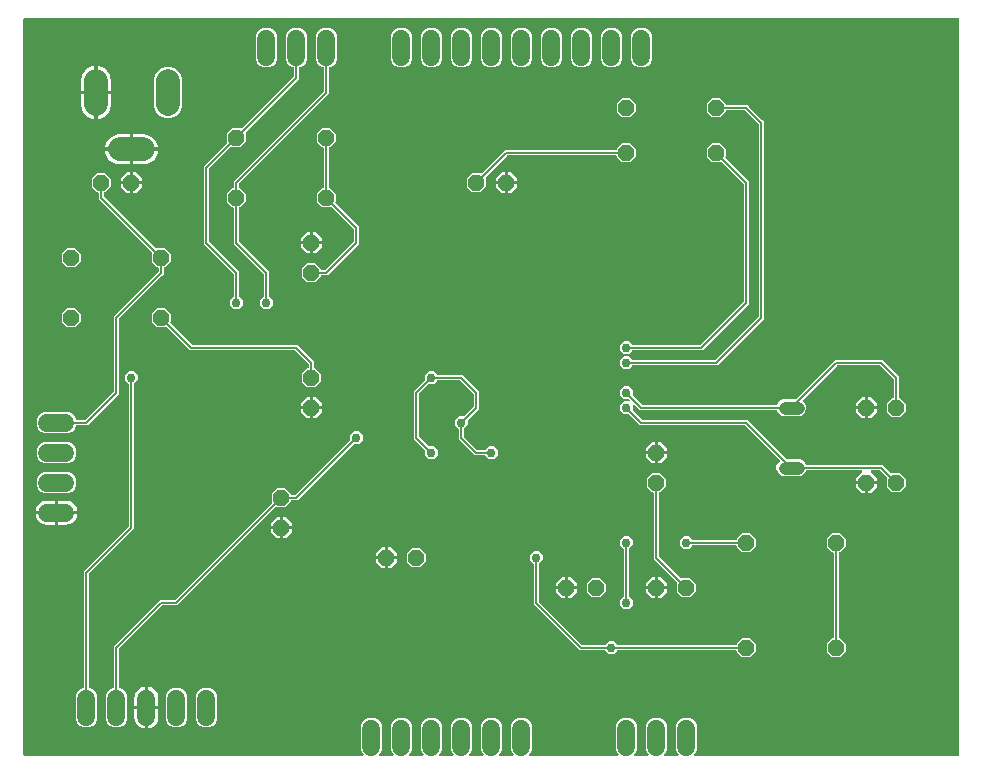
<source format=gbr>
G04 EAGLE Gerber RS-274X export*
G75*
%MOMM*%
%FSLAX34Y34*%
%LPD*%
%INBottom Copper*%
%IPPOS*%
%AMOC8*
5,1,8,0,0,1.08239X$1,22.5*%
G01*
%ADD10P,1.429621X8X292.500000*%
%ADD11P,1.429621X8X112.500000*%
%ADD12P,1.429621X8X22.500000*%
%ADD13C,1.524000*%
%ADD14P,1.429621X8X202.500000*%
%ADD15C,2.000000*%
%ADD16C,1.117600*%
%ADD17C,0.152400*%
%ADD18C,0.756400*%

G36*
X297720Y-66028D02*
X297720Y-66028D01*
X297791Y-66026D01*
X297840Y-66008D01*
X297892Y-66000D01*
X297955Y-65966D01*
X298022Y-65941D01*
X298063Y-65909D01*
X298109Y-65884D01*
X298158Y-65832D01*
X298214Y-65788D01*
X298243Y-65744D01*
X298278Y-65706D01*
X298309Y-65641D01*
X298347Y-65581D01*
X298360Y-65530D01*
X298382Y-65483D01*
X298390Y-65412D01*
X298407Y-65342D01*
X298403Y-65290D01*
X298409Y-65239D01*
X298394Y-65168D01*
X298388Y-65097D01*
X298368Y-65049D01*
X298357Y-64998D01*
X298320Y-64937D01*
X298292Y-64871D01*
X298247Y-64815D01*
X298231Y-64787D01*
X298213Y-64772D01*
X298187Y-64740D01*
X297047Y-63600D01*
X295655Y-60239D01*
X295655Y-41361D01*
X297047Y-38000D01*
X299620Y-35427D01*
X302981Y-34035D01*
X306619Y-34035D01*
X309980Y-35427D01*
X312553Y-38000D01*
X313945Y-41361D01*
X313945Y-60239D01*
X312553Y-63600D01*
X311413Y-64740D01*
X311371Y-64798D01*
X311322Y-64850D01*
X311300Y-64897D01*
X311269Y-64939D01*
X311248Y-65008D01*
X311218Y-65073D01*
X311212Y-65125D01*
X311197Y-65175D01*
X311199Y-65246D01*
X311191Y-65317D01*
X311202Y-65368D01*
X311203Y-65420D01*
X311228Y-65488D01*
X311243Y-65558D01*
X311270Y-65603D01*
X311288Y-65651D01*
X311333Y-65707D01*
X311369Y-65769D01*
X311409Y-65803D01*
X311441Y-65843D01*
X311502Y-65882D01*
X311556Y-65929D01*
X311605Y-65948D01*
X311648Y-65976D01*
X311718Y-65994D01*
X311784Y-66021D01*
X311856Y-66029D01*
X311887Y-66037D01*
X311910Y-66035D01*
X311951Y-66039D01*
X323049Y-66039D01*
X323120Y-66028D01*
X323191Y-66026D01*
X323240Y-66008D01*
X323292Y-66000D01*
X323355Y-65966D01*
X323422Y-65941D01*
X323463Y-65909D01*
X323509Y-65884D01*
X323558Y-65832D01*
X323614Y-65788D01*
X323643Y-65744D01*
X323678Y-65706D01*
X323709Y-65641D01*
X323747Y-65581D01*
X323760Y-65530D01*
X323782Y-65483D01*
X323790Y-65412D01*
X323807Y-65342D01*
X323803Y-65290D01*
X323809Y-65239D01*
X323794Y-65168D01*
X323788Y-65097D01*
X323768Y-65049D01*
X323757Y-64998D01*
X323720Y-64937D01*
X323692Y-64871D01*
X323647Y-64815D01*
X323631Y-64787D01*
X323613Y-64772D01*
X323587Y-64740D01*
X322447Y-63600D01*
X321055Y-60239D01*
X321055Y-41361D01*
X322447Y-38000D01*
X325020Y-35427D01*
X328381Y-34035D01*
X332019Y-34035D01*
X335380Y-35427D01*
X337953Y-38000D01*
X339345Y-41361D01*
X339345Y-60239D01*
X337953Y-63600D01*
X336813Y-64740D01*
X336771Y-64798D01*
X336722Y-64850D01*
X336700Y-64897D01*
X336669Y-64939D01*
X336648Y-65008D01*
X336618Y-65073D01*
X336612Y-65125D01*
X336597Y-65175D01*
X336599Y-65246D01*
X336591Y-65317D01*
X336602Y-65368D01*
X336603Y-65420D01*
X336628Y-65488D01*
X336643Y-65558D01*
X336670Y-65603D01*
X336688Y-65651D01*
X336733Y-65707D01*
X336769Y-65769D01*
X336809Y-65803D01*
X336841Y-65843D01*
X336902Y-65882D01*
X336956Y-65929D01*
X337005Y-65948D01*
X337048Y-65976D01*
X337118Y-65994D01*
X337184Y-66021D01*
X337256Y-66029D01*
X337287Y-66037D01*
X337310Y-66035D01*
X337351Y-66039D01*
X348449Y-66039D01*
X348520Y-66028D01*
X348591Y-66026D01*
X348640Y-66008D01*
X348692Y-66000D01*
X348755Y-65966D01*
X348822Y-65941D01*
X348863Y-65909D01*
X348909Y-65884D01*
X348958Y-65832D01*
X349014Y-65788D01*
X349043Y-65744D01*
X349078Y-65706D01*
X349109Y-65641D01*
X349147Y-65581D01*
X349160Y-65530D01*
X349182Y-65483D01*
X349190Y-65412D01*
X349207Y-65342D01*
X349203Y-65290D01*
X349209Y-65239D01*
X349194Y-65168D01*
X349188Y-65097D01*
X349168Y-65049D01*
X349157Y-64998D01*
X349120Y-64937D01*
X349092Y-64871D01*
X349047Y-64815D01*
X349031Y-64787D01*
X349013Y-64772D01*
X348987Y-64740D01*
X347847Y-63600D01*
X346455Y-60239D01*
X346455Y-41361D01*
X347847Y-38000D01*
X350420Y-35427D01*
X353781Y-34035D01*
X357419Y-34035D01*
X360780Y-35427D01*
X363353Y-38000D01*
X364745Y-41361D01*
X364745Y-60239D01*
X363353Y-63600D01*
X362213Y-64740D01*
X362171Y-64798D01*
X362122Y-64850D01*
X362100Y-64897D01*
X362069Y-64939D01*
X362048Y-65008D01*
X362018Y-65073D01*
X362012Y-65125D01*
X361997Y-65175D01*
X361999Y-65246D01*
X361991Y-65317D01*
X362002Y-65368D01*
X362003Y-65420D01*
X362028Y-65488D01*
X362043Y-65558D01*
X362070Y-65603D01*
X362088Y-65651D01*
X362133Y-65707D01*
X362169Y-65769D01*
X362209Y-65803D01*
X362241Y-65843D01*
X362302Y-65882D01*
X362356Y-65929D01*
X362405Y-65948D01*
X362448Y-65976D01*
X362518Y-65994D01*
X362584Y-66021D01*
X362656Y-66029D01*
X362687Y-66037D01*
X362710Y-66035D01*
X362751Y-66039D01*
X373849Y-66039D01*
X373920Y-66028D01*
X373991Y-66026D01*
X374040Y-66008D01*
X374092Y-66000D01*
X374155Y-65966D01*
X374222Y-65941D01*
X374263Y-65909D01*
X374309Y-65884D01*
X374358Y-65832D01*
X374414Y-65788D01*
X374443Y-65744D01*
X374478Y-65706D01*
X374509Y-65641D01*
X374547Y-65581D01*
X374560Y-65530D01*
X374582Y-65483D01*
X374590Y-65412D01*
X374607Y-65342D01*
X374603Y-65290D01*
X374609Y-65239D01*
X374594Y-65168D01*
X374588Y-65097D01*
X374568Y-65049D01*
X374557Y-64998D01*
X374520Y-64937D01*
X374492Y-64871D01*
X374447Y-64815D01*
X374431Y-64787D01*
X374413Y-64772D01*
X374387Y-64740D01*
X373247Y-63600D01*
X371855Y-60239D01*
X371855Y-41361D01*
X373247Y-38000D01*
X375820Y-35427D01*
X379181Y-34035D01*
X382819Y-34035D01*
X386180Y-35427D01*
X388753Y-38000D01*
X390145Y-41361D01*
X390145Y-60239D01*
X388753Y-63600D01*
X387613Y-64740D01*
X387571Y-64798D01*
X387522Y-64850D01*
X387500Y-64897D01*
X387469Y-64939D01*
X387448Y-65008D01*
X387418Y-65073D01*
X387412Y-65125D01*
X387397Y-65175D01*
X387399Y-65246D01*
X387391Y-65317D01*
X387402Y-65368D01*
X387403Y-65420D01*
X387428Y-65488D01*
X387443Y-65558D01*
X387470Y-65603D01*
X387488Y-65651D01*
X387533Y-65707D01*
X387569Y-65769D01*
X387609Y-65803D01*
X387641Y-65843D01*
X387702Y-65882D01*
X387756Y-65929D01*
X387805Y-65948D01*
X387848Y-65976D01*
X387918Y-65994D01*
X387984Y-66021D01*
X388056Y-66029D01*
X388087Y-66037D01*
X388110Y-66035D01*
X388151Y-66039D01*
X399249Y-66039D01*
X399320Y-66028D01*
X399391Y-66026D01*
X399440Y-66008D01*
X399492Y-66000D01*
X399555Y-65966D01*
X399622Y-65941D01*
X399663Y-65909D01*
X399709Y-65884D01*
X399758Y-65832D01*
X399814Y-65788D01*
X399843Y-65744D01*
X399878Y-65706D01*
X399909Y-65641D01*
X399947Y-65581D01*
X399960Y-65530D01*
X399982Y-65483D01*
X399990Y-65412D01*
X400007Y-65342D01*
X400003Y-65290D01*
X400009Y-65239D01*
X399994Y-65168D01*
X399988Y-65097D01*
X399968Y-65049D01*
X399957Y-64998D01*
X399920Y-64937D01*
X399892Y-64871D01*
X399847Y-64815D01*
X399831Y-64787D01*
X399813Y-64772D01*
X399787Y-64740D01*
X398647Y-63600D01*
X397255Y-60239D01*
X397255Y-41361D01*
X398647Y-38000D01*
X401220Y-35427D01*
X404581Y-34035D01*
X408219Y-34035D01*
X411580Y-35427D01*
X414153Y-38000D01*
X415545Y-41361D01*
X415545Y-60239D01*
X414153Y-63600D01*
X413013Y-64740D01*
X412971Y-64798D01*
X412922Y-64850D01*
X412900Y-64897D01*
X412869Y-64939D01*
X412848Y-65008D01*
X412818Y-65073D01*
X412812Y-65125D01*
X412797Y-65175D01*
X412799Y-65246D01*
X412791Y-65317D01*
X412802Y-65368D01*
X412803Y-65420D01*
X412828Y-65488D01*
X412843Y-65558D01*
X412870Y-65603D01*
X412888Y-65651D01*
X412933Y-65707D01*
X412969Y-65769D01*
X413009Y-65803D01*
X413041Y-65843D01*
X413102Y-65882D01*
X413156Y-65929D01*
X413205Y-65948D01*
X413248Y-65976D01*
X413318Y-65994D01*
X413384Y-66021D01*
X413456Y-66029D01*
X413487Y-66037D01*
X413510Y-66035D01*
X413551Y-66039D01*
X424649Y-66039D01*
X424720Y-66028D01*
X424791Y-66026D01*
X424840Y-66008D01*
X424892Y-66000D01*
X424955Y-65966D01*
X425022Y-65941D01*
X425063Y-65909D01*
X425109Y-65884D01*
X425158Y-65832D01*
X425214Y-65788D01*
X425243Y-65744D01*
X425278Y-65706D01*
X425309Y-65641D01*
X425347Y-65581D01*
X425360Y-65530D01*
X425382Y-65483D01*
X425390Y-65412D01*
X425407Y-65342D01*
X425403Y-65290D01*
X425409Y-65239D01*
X425394Y-65168D01*
X425388Y-65097D01*
X425368Y-65049D01*
X425357Y-64998D01*
X425320Y-64937D01*
X425292Y-64871D01*
X425247Y-64815D01*
X425231Y-64787D01*
X425213Y-64772D01*
X425187Y-64740D01*
X424047Y-63600D01*
X422655Y-60239D01*
X422655Y-41361D01*
X424047Y-38000D01*
X426620Y-35427D01*
X429981Y-34035D01*
X433619Y-34035D01*
X436980Y-35427D01*
X439553Y-38000D01*
X440945Y-41361D01*
X440945Y-60239D01*
X439553Y-63600D01*
X438413Y-64740D01*
X438371Y-64798D01*
X438322Y-64850D01*
X438300Y-64897D01*
X438269Y-64939D01*
X438248Y-65008D01*
X438218Y-65073D01*
X438212Y-65125D01*
X438197Y-65175D01*
X438199Y-65246D01*
X438191Y-65317D01*
X438202Y-65368D01*
X438203Y-65420D01*
X438228Y-65488D01*
X438243Y-65558D01*
X438270Y-65603D01*
X438288Y-65651D01*
X438333Y-65707D01*
X438369Y-65769D01*
X438409Y-65803D01*
X438441Y-65843D01*
X438502Y-65882D01*
X438556Y-65929D01*
X438605Y-65948D01*
X438648Y-65976D01*
X438718Y-65994D01*
X438784Y-66021D01*
X438856Y-66029D01*
X438887Y-66037D01*
X438910Y-66035D01*
X438951Y-66039D01*
X513549Y-66039D01*
X513620Y-66028D01*
X513691Y-66026D01*
X513740Y-66008D01*
X513792Y-66000D01*
X513855Y-65966D01*
X513922Y-65941D01*
X513963Y-65909D01*
X514009Y-65884D01*
X514058Y-65832D01*
X514114Y-65788D01*
X514143Y-65744D01*
X514178Y-65706D01*
X514209Y-65641D01*
X514247Y-65581D01*
X514260Y-65530D01*
X514282Y-65483D01*
X514290Y-65412D01*
X514307Y-65342D01*
X514303Y-65290D01*
X514309Y-65239D01*
X514294Y-65168D01*
X514288Y-65097D01*
X514268Y-65049D01*
X514257Y-64998D01*
X514220Y-64937D01*
X514192Y-64871D01*
X514147Y-64815D01*
X514131Y-64787D01*
X514113Y-64772D01*
X514087Y-64740D01*
X512947Y-63600D01*
X511555Y-60239D01*
X511555Y-41361D01*
X512947Y-38000D01*
X515520Y-35427D01*
X518881Y-34035D01*
X522519Y-34035D01*
X525880Y-35427D01*
X528453Y-38000D01*
X529845Y-41361D01*
X529845Y-60239D01*
X528453Y-63600D01*
X527313Y-64740D01*
X527271Y-64798D01*
X527222Y-64850D01*
X527200Y-64897D01*
X527169Y-64939D01*
X527148Y-65008D01*
X527118Y-65073D01*
X527112Y-65125D01*
X527097Y-65175D01*
X527099Y-65246D01*
X527091Y-65317D01*
X527102Y-65368D01*
X527103Y-65420D01*
X527128Y-65488D01*
X527143Y-65558D01*
X527170Y-65603D01*
X527188Y-65651D01*
X527233Y-65707D01*
X527269Y-65769D01*
X527309Y-65803D01*
X527341Y-65843D01*
X527402Y-65882D01*
X527456Y-65929D01*
X527505Y-65948D01*
X527548Y-65976D01*
X527618Y-65994D01*
X527684Y-66021D01*
X527756Y-66029D01*
X527787Y-66037D01*
X527810Y-66035D01*
X527851Y-66039D01*
X538949Y-66039D01*
X539020Y-66028D01*
X539091Y-66026D01*
X539140Y-66008D01*
X539192Y-66000D01*
X539255Y-65966D01*
X539322Y-65941D01*
X539363Y-65909D01*
X539409Y-65884D01*
X539458Y-65832D01*
X539514Y-65788D01*
X539543Y-65744D01*
X539578Y-65706D01*
X539609Y-65641D01*
X539647Y-65581D01*
X539660Y-65530D01*
X539682Y-65483D01*
X539690Y-65412D01*
X539707Y-65342D01*
X539703Y-65290D01*
X539709Y-65239D01*
X539694Y-65168D01*
X539688Y-65097D01*
X539668Y-65049D01*
X539657Y-64998D01*
X539620Y-64937D01*
X539592Y-64871D01*
X539547Y-64815D01*
X539531Y-64787D01*
X539513Y-64772D01*
X539487Y-64740D01*
X538347Y-63600D01*
X536955Y-60239D01*
X536955Y-41361D01*
X538347Y-38000D01*
X540920Y-35427D01*
X544281Y-34035D01*
X547919Y-34035D01*
X551280Y-35427D01*
X553853Y-38000D01*
X555245Y-41361D01*
X555245Y-60239D01*
X553853Y-63600D01*
X552713Y-64740D01*
X552671Y-64798D01*
X552622Y-64850D01*
X552600Y-64897D01*
X552569Y-64939D01*
X552548Y-65008D01*
X552518Y-65073D01*
X552512Y-65125D01*
X552497Y-65175D01*
X552499Y-65246D01*
X552491Y-65317D01*
X552502Y-65368D01*
X552503Y-65420D01*
X552528Y-65488D01*
X552543Y-65558D01*
X552570Y-65603D01*
X552588Y-65651D01*
X552633Y-65707D01*
X552669Y-65769D01*
X552709Y-65803D01*
X552741Y-65843D01*
X552802Y-65882D01*
X552856Y-65929D01*
X552905Y-65948D01*
X552948Y-65976D01*
X553018Y-65994D01*
X553084Y-66021D01*
X553156Y-66029D01*
X553187Y-66037D01*
X553210Y-66035D01*
X553251Y-66039D01*
X564349Y-66039D01*
X564420Y-66028D01*
X564491Y-66026D01*
X564540Y-66008D01*
X564592Y-66000D01*
X564655Y-65966D01*
X564722Y-65941D01*
X564763Y-65909D01*
X564809Y-65884D01*
X564858Y-65832D01*
X564914Y-65788D01*
X564943Y-65744D01*
X564978Y-65706D01*
X565009Y-65641D01*
X565047Y-65581D01*
X565060Y-65530D01*
X565082Y-65483D01*
X565090Y-65412D01*
X565107Y-65342D01*
X565103Y-65290D01*
X565109Y-65239D01*
X565094Y-65168D01*
X565088Y-65097D01*
X565068Y-65049D01*
X565057Y-64998D01*
X565020Y-64937D01*
X564992Y-64871D01*
X564947Y-64815D01*
X564931Y-64787D01*
X564913Y-64772D01*
X564887Y-64740D01*
X563747Y-63600D01*
X562355Y-60239D01*
X562355Y-41361D01*
X563747Y-38000D01*
X566320Y-35427D01*
X569681Y-34035D01*
X573319Y-34035D01*
X576680Y-35427D01*
X579253Y-38000D01*
X580645Y-41361D01*
X580645Y-60239D01*
X579253Y-63600D01*
X578113Y-64740D01*
X578071Y-64798D01*
X578022Y-64850D01*
X578000Y-64897D01*
X577969Y-64939D01*
X577948Y-65008D01*
X577918Y-65073D01*
X577912Y-65125D01*
X577897Y-65175D01*
X577899Y-65246D01*
X577891Y-65317D01*
X577902Y-65368D01*
X577903Y-65420D01*
X577928Y-65488D01*
X577943Y-65558D01*
X577970Y-65603D01*
X577988Y-65651D01*
X578033Y-65707D01*
X578069Y-65769D01*
X578109Y-65803D01*
X578141Y-65843D01*
X578202Y-65882D01*
X578256Y-65929D01*
X578305Y-65948D01*
X578348Y-65976D01*
X578418Y-65994D01*
X578484Y-66021D01*
X578556Y-66029D01*
X578587Y-66037D01*
X578610Y-66035D01*
X578651Y-66039D01*
X801678Y-66039D01*
X801698Y-66036D01*
X801717Y-66038D01*
X801819Y-66016D01*
X801921Y-66000D01*
X801938Y-65990D01*
X801958Y-65986D01*
X802047Y-65933D01*
X802138Y-65884D01*
X802152Y-65870D01*
X802169Y-65860D01*
X802236Y-65781D01*
X802308Y-65706D01*
X802316Y-65688D01*
X802329Y-65673D01*
X802368Y-65577D01*
X802411Y-65483D01*
X802413Y-65463D01*
X802421Y-65445D01*
X802439Y-65278D01*
X802439Y557278D01*
X802436Y557298D01*
X802438Y557317D01*
X802416Y557419D01*
X802400Y557521D01*
X802390Y557538D01*
X802386Y557558D01*
X802333Y557647D01*
X802284Y557738D01*
X802270Y557752D01*
X802260Y557769D01*
X802181Y557836D01*
X802106Y557908D01*
X802088Y557916D01*
X802073Y557929D01*
X801977Y557968D01*
X801883Y558011D01*
X801863Y558013D01*
X801845Y558021D01*
X801678Y558039D01*
X10922Y558039D01*
X10902Y558036D01*
X10883Y558038D01*
X10781Y558016D01*
X10679Y558000D01*
X10662Y557990D01*
X10642Y557986D01*
X10553Y557933D01*
X10462Y557884D01*
X10448Y557870D01*
X10431Y557860D01*
X10364Y557781D01*
X10292Y557706D01*
X10284Y557688D01*
X10271Y557673D01*
X10232Y557577D01*
X10189Y557483D01*
X10187Y557463D01*
X10179Y557445D01*
X10161Y557278D01*
X10161Y-65278D01*
X10164Y-65298D01*
X10162Y-65317D01*
X10184Y-65419D01*
X10200Y-65521D01*
X10210Y-65538D01*
X10214Y-65558D01*
X10267Y-65647D01*
X10316Y-65738D01*
X10330Y-65752D01*
X10340Y-65769D01*
X10419Y-65836D01*
X10494Y-65908D01*
X10512Y-65916D01*
X10527Y-65929D01*
X10623Y-65968D01*
X10717Y-66011D01*
X10737Y-66013D01*
X10755Y-66021D01*
X10922Y-66039D01*
X297649Y-66039D01*
X297720Y-66028D01*
G37*
%LPC*%
G36*
X745933Y156971D02*
X745933Y156971D01*
X741171Y161733D01*
X741171Y168467D01*
X741397Y168693D01*
X741409Y168709D01*
X741424Y168721D01*
X741480Y168808D01*
X741540Y168892D01*
X741546Y168911D01*
X741557Y168928D01*
X741582Y169029D01*
X741613Y169127D01*
X741612Y169147D01*
X741617Y169167D01*
X741609Y169270D01*
X741606Y169373D01*
X741600Y169392D01*
X741598Y169412D01*
X741558Y169507D01*
X741522Y169604D01*
X741509Y169620D01*
X741502Y169638D01*
X741397Y169769D01*
X735876Y175290D01*
X735802Y175343D01*
X735732Y175403D01*
X735702Y175415D01*
X735676Y175434D01*
X735589Y175461D01*
X735504Y175495D01*
X735463Y175499D01*
X735441Y175506D01*
X735409Y175505D01*
X735337Y175513D01*
X728257Y175513D01*
X728186Y175502D01*
X728115Y175500D01*
X728066Y175482D01*
X728014Y175474D01*
X727951Y175440D01*
X727884Y175415D01*
X727843Y175383D01*
X727797Y175358D01*
X727748Y175306D01*
X727692Y175262D01*
X727663Y175218D01*
X727628Y175180D01*
X727597Y175115D01*
X727559Y175055D01*
X727546Y175004D01*
X727524Y174957D01*
X727516Y174886D01*
X727499Y174816D01*
X727503Y174764D01*
X727497Y174713D01*
X727512Y174642D01*
X727518Y174571D01*
X727538Y174523D01*
X727549Y174472D01*
X727586Y174411D01*
X727614Y174345D01*
X727659Y174289D01*
X727675Y174261D01*
X727693Y174246D01*
X727719Y174214D01*
X733045Y168888D01*
X733045Y166623D01*
X724662Y166623D01*
X724642Y166620D01*
X724623Y166622D01*
X724521Y166600D01*
X724419Y166583D01*
X724402Y166574D01*
X724382Y166570D01*
X724293Y166517D01*
X724202Y166468D01*
X724188Y166454D01*
X724171Y166444D01*
X724104Y166365D01*
X724033Y166290D01*
X724024Y166272D01*
X724011Y166257D01*
X723973Y166161D01*
X723929Y166067D01*
X723927Y166047D01*
X723919Y166029D01*
X723901Y165862D01*
X723901Y165099D01*
X723899Y165099D01*
X723899Y165862D01*
X723896Y165882D01*
X723898Y165901D01*
X723876Y166003D01*
X723859Y166105D01*
X723850Y166122D01*
X723846Y166142D01*
X723793Y166231D01*
X723744Y166322D01*
X723730Y166336D01*
X723720Y166353D01*
X723641Y166420D01*
X723566Y166491D01*
X723548Y166500D01*
X723533Y166513D01*
X723437Y166552D01*
X723343Y166595D01*
X723323Y166597D01*
X723305Y166605D01*
X723138Y166623D01*
X714755Y166623D01*
X714755Y168888D01*
X720081Y174214D01*
X720123Y174272D01*
X720172Y174324D01*
X720194Y174371D01*
X720225Y174413D01*
X720246Y174482D01*
X720276Y174547D01*
X720282Y174599D01*
X720297Y174649D01*
X720295Y174720D01*
X720303Y174791D01*
X720292Y174842D01*
X720291Y174894D01*
X720266Y174962D01*
X720251Y175032D01*
X720224Y175077D01*
X720206Y175125D01*
X720161Y175181D01*
X720125Y175243D01*
X720085Y175277D01*
X720053Y175317D01*
X719992Y175356D01*
X719938Y175403D01*
X719889Y175422D01*
X719846Y175450D01*
X719776Y175468D01*
X719710Y175495D01*
X719638Y175503D01*
X719607Y175511D01*
X719584Y175509D01*
X719543Y175513D01*
X673248Y175513D01*
X673133Y175494D01*
X673017Y175477D01*
X673012Y175475D01*
X673005Y175474D01*
X672903Y175419D01*
X672798Y175366D01*
X672794Y175361D01*
X672788Y175358D01*
X672708Y175274D01*
X672626Y175190D01*
X672622Y175184D01*
X672619Y175180D01*
X672611Y175163D01*
X672545Y175043D01*
X672018Y173771D01*
X670017Y171770D01*
X667403Y170687D01*
X653397Y170687D01*
X650783Y171770D01*
X648782Y173771D01*
X647699Y176385D01*
X647699Y179215D01*
X648782Y181829D01*
X650421Y183468D01*
X650433Y183484D01*
X650448Y183497D01*
X650505Y183584D01*
X650565Y183668D01*
X650571Y183687D01*
X650581Y183704D01*
X650607Y183804D01*
X650637Y183903D01*
X650637Y183923D01*
X650642Y183942D01*
X650634Y184045D01*
X650631Y184149D01*
X650624Y184168D01*
X650622Y184188D01*
X650582Y184282D01*
X650546Y184380D01*
X650534Y184396D01*
X650526Y184414D01*
X650421Y184545D01*
X621576Y213390D01*
X621502Y213443D01*
X621432Y213503D01*
X621402Y213515D01*
X621376Y213534D01*
X621289Y213561D01*
X621204Y213595D01*
X621163Y213599D01*
X621141Y213606D01*
X621109Y213605D01*
X621037Y213613D01*
X532453Y213613D01*
X522996Y223070D01*
X522922Y223123D01*
X522852Y223183D01*
X522822Y223195D01*
X522796Y223214D01*
X522709Y223241D01*
X522624Y223275D01*
X522583Y223279D01*
X522561Y223286D01*
X522529Y223285D01*
X522457Y223293D01*
X518502Y223293D01*
X515393Y226402D01*
X515393Y230798D01*
X518502Y233907D01*
X523022Y233907D01*
X523092Y233918D01*
X523164Y233920D01*
X523213Y233938D01*
X523264Y233946D01*
X523328Y233980D01*
X523395Y234005D01*
X523436Y234037D01*
X523482Y234062D01*
X523531Y234114D01*
X523587Y234158D01*
X523615Y234202D01*
X523651Y234240D01*
X523681Y234305D01*
X523720Y234365D01*
X523733Y234416D01*
X523755Y234463D01*
X523763Y234534D01*
X523780Y234604D01*
X523776Y234656D01*
X523782Y234707D01*
X523767Y234778D01*
X523761Y234849D01*
X523741Y234897D01*
X523730Y234948D01*
X523693Y235009D01*
X523665Y235075D01*
X523620Y235131D01*
X523603Y235159D01*
X523586Y235174D01*
X523560Y235206D01*
X522996Y235770D01*
X522922Y235824D01*
X522852Y235883D01*
X522822Y235895D01*
X522796Y235914D01*
X522709Y235941D01*
X522624Y235975D01*
X522583Y235979D01*
X522561Y235986D01*
X522529Y235985D01*
X522457Y235993D01*
X518502Y235993D01*
X515393Y239102D01*
X515393Y243498D01*
X518502Y246607D01*
X522898Y246607D01*
X526007Y243498D01*
X526007Y239543D01*
X526021Y239452D01*
X526029Y239362D01*
X526041Y239332D01*
X526046Y239300D01*
X526089Y239219D01*
X526125Y239135D01*
X526151Y239103D01*
X526162Y239082D01*
X526185Y239060D01*
X526230Y239004D01*
X534124Y231110D01*
X534198Y231057D01*
X534268Y230997D01*
X534298Y230985D01*
X534324Y230966D01*
X534411Y230939D01*
X534496Y230905D01*
X534537Y230901D01*
X534559Y230894D01*
X534591Y230895D01*
X534663Y230887D01*
X647552Y230887D01*
X647667Y230906D01*
X647783Y230923D01*
X647788Y230925D01*
X647795Y230926D01*
X647897Y230981D01*
X648002Y231034D01*
X648006Y231039D01*
X648012Y231042D01*
X648092Y231126D01*
X648174Y231210D01*
X648178Y231216D01*
X648181Y231220D01*
X648189Y231237D01*
X648255Y231357D01*
X648782Y232629D01*
X650783Y234630D01*
X653397Y235713D01*
X663964Y235713D01*
X664054Y235727D01*
X664145Y235735D01*
X664174Y235747D01*
X664206Y235752D01*
X664287Y235795D01*
X664371Y235831D01*
X664403Y235857D01*
X664424Y235868D01*
X664446Y235891D01*
X664502Y235936D01*
X695990Y267424D01*
X697553Y268987D01*
X737547Y268987D01*
X751587Y254947D01*
X751587Y237490D01*
X751590Y237470D01*
X751588Y237451D01*
X751610Y237349D01*
X751626Y237247D01*
X751636Y237230D01*
X751640Y237210D01*
X751693Y237121D01*
X751742Y237030D01*
X751756Y237016D01*
X751766Y236999D01*
X751845Y236932D01*
X751920Y236860D01*
X751938Y236852D01*
X751953Y236839D01*
X752049Y236800D01*
X752143Y236757D01*
X752163Y236755D01*
X752181Y236747D01*
X752348Y236729D01*
X752667Y236729D01*
X757429Y231967D01*
X757429Y225233D01*
X752667Y220471D01*
X745933Y220471D01*
X741171Y225233D01*
X741171Y231967D01*
X745933Y236729D01*
X746252Y236729D01*
X746272Y236732D01*
X746291Y236730D01*
X746393Y236752D01*
X746495Y236768D01*
X746512Y236778D01*
X746532Y236782D01*
X746621Y236835D01*
X746712Y236884D01*
X746726Y236898D01*
X746743Y236908D01*
X746810Y236987D01*
X746882Y237062D01*
X746890Y237080D01*
X746903Y237095D01*
X746942Y237191D01*
X746985Y237285D01*
X746987Y237305D01*
X746995Y237323D01*
X747013Y237490D01*
X747013Y252737D01*
X746999Y252828D01*
X746991Y252918D01*
X746979Y252948D01*
X746974Y252980D01*
X746931Y253061D01*
X746895Y253145D01*
X746869Y253177D01*
X746858Y253198D01*
X746835Y253220D01*
X746790Y253276D01*
X735876Y264190D01*
X735802Y264243D01*
X735732Y264303D01*
X735702Y264315D01*
X735676Y264334D01*
X735589Y264361D01*
X735504Y264395D01*
X735463Y264399D01*
X735441Y264406D01*
X735409Y264405D01*
X735337Y264413D01*
X699763Y264413D01*
X699672Y264399D01*
X699582Y264391D01*
X699552Y264379D01*
X699520Y264374D01*
X699439Y264331D01*
X699355Y264295D01*
X699323Y264269D01*
X699302Y264258D01*
X699280Y264235D01*
X699224Y264190D01*
X670379Y235345D01*
X670367Y235329D01*
X670352Y235316D01*
X670295Y235229D01*
X670235Y235145D01*
X670229Y235126D01*
X670219Y235109D01*
X670193Y235009D01*
X670163Y234910D01*
X670163Y234890D01*
X670158Y234871D01*
X670166Y234768D01*
X670169Y234664D01*
X670176Y234645D01*
X670178Y234626D01*
X670218Y234531D01*
X670254Y234433D01*
X670266Y234417D01*
X670274Y234399D01*
X670379Y234268D01*
X672018Y232629D01*
X673101Y230015D01*
X673101Y227185D01*
X672018Y224571D01*
X670017Y222570D01*
X667403Y221487D01*
X653397Y221487D01*
X650783Y222570D01*
X648782Y224571D01*
X648255Y225843D01*
X648193Y225943D01*
X648134Y226043D01*
X648129Y226047D01*
X648126Y226052D01*
X648035Y226127D01*
X647947Y226203D01*
X647941Y226205D01*
X647936Y226209D01*
X647828Y226251D01*
X647719Y226295D01*
X647711Y226296D01*
X647706Y226297D01*
X647688Y226298D01*
X647552Y226313D01*
X532453Y226313D01*
X530890Y227876D01*
X527306Y231460D01*
X527248Y231502D01*
X527196Y231551D01*
X527149Y231573D01*
X527107Y231603D01*
X527038Y231624D01*
X526973Y231655D01*
X526921Y231660D01*
X526871Y231676D01*
X526800Y231674D01*
X526729Y231682D01*
X526678Y231671D01*
X526626Y231669D01*
X526558Y231645D01*
X526488Y231630D01*
X526443Y231603D01*
X526395Y231585D01*
X526339Y231540D01*
X526277Y231503D01*
X526243Y231464D01*
X526203Y231431D01*
X526164Y231371D01*
X526117Y231316D01*
X526098Y231268D01*
X526070Y231224D01*
X526052Y231155D01*
X526025Y231088D01*
X526017Y231017D01*
X526009Y230986D01*
X526011Y230962D01*
X526007Y230922D01*
X526007Y226843D01*
X526021Y226752D01*
X526029Y226662D01*
X526041Y226632D01*
X526046Y226600D01*
X526089Y226519D01*
X526125Y226435D01*
X526151Y226403D01*
X526162Y226382D01*
X526185Y226360D01*
X526230Y226304D01*
X534124Y218410D01*
X534198Y218357D01*
X534268Y218297D01*
X534298Y218285D01*
X534324Y218266D01*
X534411Y218239D01*
X534496Y218205D01*
X534537Y218201D01*
X534559Y218194D01*
X534591Y218195D01*
X534663Y218187D01*
X623247Y218187D01*
X656298Y185136D01*
X656372Y185083D01*
X656442Y185023D01*
X656472Y185011D01*
X656498Y184992D01*
X656585Y184965D01*
X656670Y184931D01*
X656711Y184927D01*
X656733Y184920D01*
X656765Y184921D01*
X656837Y184913D01*
X667403Y184913D01*
X670017Y183830D01*
X672018Y181829D01*
X672545Y180557D01*
X672607Y180457D01*
X672666Y180357D01*
X672671Y180353D01*
X672674Y180348D01*
X672765Y180273D01*
X672853Y180197D01*
X672859Y180195D01*
X672864Y180191D01*
X672972Y180149D01*
X673081Y180105D01*
X673089Y180104D01*
X673094Y180103D01*
X673112Y180102D01*
X673248Y180087D01*
X737547Y180087D01*
X744631Y173003D01*
X744647Y172991D01*
X744659Y172976D01*
X744747Y172920D01*
X744831Y172860D01*
X744850Y172854D01*
X744866Y172843D01*
X744967Y172818D01*
X745066Y172787D01*
X745086Y172788D01*
X745105Y172783D01*
X745208Y172791D01*
X745311Y172794D01*
X745330Y172800D01*
X745350Y172802D01*
X745445Y172842D01*
X745543Y172878D01*
X745558Y172891D01*
X745576Y172898D01*
X745707Y173003D01*
X745933Y173229D01*
X752667Y173229D01*
X757429Y168467D01*
X757429Y161733D01*
X752667Y156971D01*
X745933Y156971D01*
G37*
%LPD*%
%LPC*%
G36*
X87081Y-42165D02*
X87081Y-42165D01*
X83720Y-40773D01*
X81147Y-38200D01*
X79755Y-34839D01*
X79755Y-15961D01*
X81147Y-12600D01*
X83720Y-10027D01*
X86143Y-9024D01*
X86243Y-8962D01*
X86343Y-8902D01*
X86347Y-8897D01*
X86352Y-8894D01*
X86427Y-8804D01*
X86503Y-8715D01*
X86505Y-8709D01*
X86509Y-8705D01*
X86551Y-8596D01*
X86595Y-8487D01*
X86596Y-8480D01*
X86597Y-8475D01*
X86598Y-8457D01*
X86613Y-8320D01*
X86613Y26347D01*
X126053Y65787D01*
X138437Y65787D01*
X138528Y65801D01*
X138618Y65809D01*
X138648Y65821D01*
X138680Y65826D01*
X138761Y65869D01*
X138845Y65905D01*
X138877Y65931D01*
X138898Y65942D01*
X138920Y65965D01*
X138976Y66010D01*
X220697Y147731D01*
X220709Y147747D01*
X220724Y147759D01*
X220780Y147847D01*
X220840Y147931D01*
X220846Y147950D01*
X220857Y147966D01*
X220882Y148067D01*
X220913Y148166D01*
X220912Y148186D01*
X220917Y148205D01*
X220909Y148308D01*
X220906Y148412D01*
X220900Y148430D01*
X220898Y148450D01*
X220858Y148545D01*
X220822Y148643D01*
X220809Y148658D01*
X220802Y148676D01*
X220697Y148807D01*
X220471Y149033D01*
X220471Y155767D01*
X225233Y160529D01*
X231967Y160529D01*
X236729Y155767D01*
X236729Y155448D01*
X236732Y155428D01*
X236730Y155409D01*
X236752Y155307D01*
X236768Y155205D01*
X236778Y155188D01*
X236782Y155168D01*
X236835Y155079D01*
X236884Y154988D01*
X236898Y154974D01*
X236908Y154957D01*
X236987Y154890D01*
X237062Y154818D01*
X237080Y154810D01*
X237095Y154797D01*
X237191Y154758D01*
X237285Y154715D01*
X237305Y154713D01*
X237323Y154705D01*
X237490Y154687D01*
X240037Y154687D01*
X240128Y154701D01*
X240218Y154709D01*
X240248Y154721D01*
X240280Y154726D01*
X240361Y154769D01*
X240445Y154805D01*
X240477Y154831D01*
X240498Y154842D01*
X240520Y154865D01*
X240576Y154910D01*
X286570Y200904D01*
X286623Y200978D01*
X286683Y201048D01*
X286695Y201078D01*
X286714Y201104D01*
X286741Y201191D01*
X286775Y201276D01*
X286779Y201317D01*
X286786Y201339D01*
X286785Y201371D01*
X286793Y201443D01*
X286793Y205398D01*
X289902Y208507D01*
X294298Y208507D01*
X297407Y205398D01*
X297407Y201002D01*
X294298Y197893D01*
X290343Y197893D01*
X290252Y197879D01*
X290162Y197871D01*
X290132Y197859D01*
X290100Y197854D01*
X290019Y197811D01*
X289935Y197775D01*
X289903Y197749D01*
X289882Y197738D01*
X289860Y197715D01*
X289804Y197670D01*
X242247Y150113D01*
X237490Y150113D01*
X237470Y150110D01*
X237451Y150112D01*
X237349Y150090D01*
X237247Y150074D01*
X237230Y150064D01*
X237210Y150060D01*
X237121Y150007D01*
X237030Y149958D01*
X237016Y149944D01*
X236999Y149934D01*
X236932Y149855D01*
X236860Y149780D01*
X236852Y149762D01*
X236839Y149747D01*
X236800Y149651D01*
X236757Y149557D01*
X236755Y149537D01*
X236747Y149519D01*
X236729Y149352D01*
X236729Y149033D01*
X231967Y144271D01*
X225233Y144271D01*
X225007Y144497D01*
X224991Y144509D01*
X224979Y144524D01*
X224892Y144580D01*
X224808Y144640D01*
X224789Y144646D01*
X224772Y144657D01*
X224671Y144682D01*
X224573Y144713D01*
X224553Y144712D01*
X224533Y144717D01*
X224430Y144709D01*
X224327Y144706D01*
X224308Y144700D01*
X224288Y144698D01*
X224193Y144658D01*
X224096Y144622D01*
X224080Y144609D01*
X224062Y144602D01*
X223931Y144497D01*
X142210Y62776D01*
X140647Y61213D01*
X128263Y61213D01*
X128172Y61199D01*
X128082Y61191D01*
X128052Y61179D01*
X128020Y61174D01*
X127939Y61131D01*
X127855Y61095D01*
X127823Y61069D01*
X127802Y61058D01*
X127780Y61035D01*
X127724Y60990D01*
X91410Y24676D01*
X91357Y24602D01*
X91297Y24532D01*
X91285Y24502D01*
X91266Y24476D01*
X91239Y24389D01*
X91205Y24304D01*
X91201Y24263D01*
X91194Y24241D01*
X91195Y24209D01*
X91187Y24137D01*
X91187Y-8320D01*
X91206Y-8435D01*
X91223Y-8551D01*
X91225Y-8557D01*
X91226Y-8563D01*
X91281Y-8666D01*
X91334Y-8771D01*
X91339Y-8775D01*
X91342Y-8780D01*
X91426Y-8860D01*
X91510Y-8943D01*
X91516Y-8946D01*
X91520Y-8950D01*
X91537Y-8958D01*
X91657Y-9024D01*
X94080Y-10027D01*
X96653Y-12600D01*
X98045Y-15961D01*
X98045Y-34839D01*
X96653Y-38200D01*
X94080Y-40773D01*
X90719Y-42165D01*
X87081Y-42165D01*
G37*
%LPD*%
%LPC*%
G36*
X28661Y206755D02*
X28661Y206755D01*
X25300Y208147D01*
X22727Y210720D01*
X21335Y214081D01*
X21335Y217719D01*
X22727Y221080D01*
X25300Y223653D01*
X28661Y225045D01*
X47539Y225045D01*
X50900Y223653D01*
X53473Y221080D01*
X54476Y218657D01*
X54538Y218557D01*
X54598Y218457D01*
X54603Y218453D01*
X54606Y218448D01*
X54696Y218373D01*
X54785Y218297D01*
X54791Y218295D01*
X54795Y218291D01*
X54904Y218249D01*
X55013Y218205D01*
X55020Y218204D01*
X55025Y218203D01*
X55043Y218202D01*
X55180Y218187D01*
X62237Y218187D01*
X62328Y218201D01*
X62418Y218209D01*
X62448Y218221D01*
X62480Y218226D01*
X62561Y218269D01*
X62645Y218305D01*
X62677Y218331D01*
X62698Y218342D01*
X62720Y218365D01*
X62776Y218410D01*
X86390Y242024D01*
X86443Y242098D01*
X86503Y242168D01*
X86515Y242198D01*
X86534Y242224D01*
X86561Y242311D01*
X86595Y242396D01*
X86599Y242437D01*
X86606Y242459D01*
X86605Y242491D01*
X86613Y242563D01*
X86613Y305747D01*
X124490Y343624D01*
X124543Y343698D01*
X124603Y343768D01*
X124615Y343798D01*
X124634Y343824D01*
X124661Y343911D01*
X124695Y343996D01*
X124699Y344037D01*
X124706Y344059D01*
X124705Y344091D01*
X124713Y344162D01*
X124713Y346710D01*
X124710Y346730D01*
X124712Y346749D01*
X124690Y346851D01*
X124674Y346953D01*
X124664Y346970D01*
X124660Y346990D01*
X124607Y347079D01*
X124558Y347170D01*
X124544Y347184D01*
X124534Y347201D01*
X124455Y347268D01*
X124380Y347340D01*
X124362Y347348D01*
X124347Y347361D01*
X124251Y347400D01*
X124157Y347443D01*
X124137Y347445D01*
X124119Y347453D01*
X123952Y347471D01*
X123633Y347471D01*
X118871Y352233D01*
X118871Y358967D01*
X119097Y359193D01*
X119109Y359209D01*
X119124Y359221D01*
X119180Y359308D01*
X119240Y359392D01*
X119246Y359411D01*
X119257Y359428D01*
X119282Y359529D01*
X119313Y359627D01*
X119312Y359647D01*
X119317Y359667D01*
X119309Y359770D01*
X119306Y359873D01*
X119300Y359892D01*
X119298Y359912D01*
X119258Y360007D01*
X119222Y360104D01*
X119209Y360120D01*
X119202Y360138D01*
X119097Y360269D01*
X73913Y405453D01*
X73913Y410210D01*
X73910Y410230D01*
X73912Y410249D01*
X73890Y410351D01*
X73874Y410453D01*
X73864Y410470D01*
X73860Y410490D01*
X73807Y410579D01*
X73758Y410670D01*
X73744Y410684D01*
X73734Y410701D01*
X73655Y410768D01*
X73580Y410840D01*
X73562Y410848D01*
X73547Y410861D01*
X73451Y410900D01*
X73357Y410943D01*
X73337Y410945D01*
X73319Y410953D01*
X73152Y410971D01*
X72833Y410971D01*
X68071Y415733D01*
X68071Y422467D01*
X72833Y427229D01*
X79567Y427229D01*
X84329Y422467D01*
X84329Y415733D01*
X79567Y410971D01*
X79248Y410971D01*
X79228Y410968D01*
X79209Y410970D01*
X79107Y410948D01*
X79005Y410932D01*
X78988Y410922D01*
X78968Y410918D01*
X78879Y410865D01*
X78788Y410816D01*
X78774Y410802D01*
X78757Y410792D01*
X78690Y410713D01*
X78618Y410638D01*
X78610Y410620D01*
X78597Y410605D01*
X78558Y410509D01*
X78515Y410415D01*
X78513Y410395D01*
X78505Y410377D01*
X78487Y410210D01*
X78487Y407663D01*
X78501Y407572D01*
X78509Y407482D01*
X78521Y407452D01*
X78526Y407420D01*
X78569Y407339D01*
X78605Y407255D01*
X78631Y407223D01*
X78642Y407202D01*
X78665Y407180D01*
X78710Y407124D01*
X122331Y363503D01*
X122347Y363491D01*
X122359Y363476D01*
X122437Y363426D01*
X122449Y363416D01*
X122456Y363413D01*
X122531Y363360D01*
X122550Y363354D01*
X122566Y363343D01*
X122667Y363318D01*
X122766Y363287D01*
X122786Y363288D01*
X122805Y363283D01*
X122908Y363291D01*
X123011Y363294D01*
X123030Y363300D01*
X123050Y363302D01*
X123145Y363342D01*
X123243Y363378D01*
X123258Y363391D01*
X123276Y363398D01*
X123353Y363460D01*
X123355Y363461D01*
X123357Y363463D01*
X123407Y363503D01*
X123633Y363729D01*
X130367Y363729D01*
X135129Y358967D01*
X135129Y352233D01*
X130367Y347471D01*
X130048Y347471D01*
X130028Y347468D01*
X130009Y347470D01*
X129907Y347448D01*
X129805Y347432D01*
X129788Y347422D01*
X129768Y347418D01*
X129679Y347365D01*
X129588Y347316D01*
X129574Y347302D01*
X129557Y347292D01*
X129490Y347213D01*
X129418Y347138D01*
X129410Y347120D01*
X129397Y347105D01*
X129358Y347009D01*
X129315Y346915D01*
X129313Y346895D01*
X129305Y346877D01*
X129287Y346710D01*
X129287Y341953D01*
X127724Y340390D01*
X91410Y304076D01*
X91357Y304002D01*
X91297Y303932D01*
X91285Y303902D01*
X91266Y303876D01*
X91239Y303789D01*
X91205Y303704D01*
X91201Y303663D01*
X91194Y303641D01*
X91195Y303609D01*
X91187Y303537D01*
X91187Y240353D01*
X64447Y213613D01*
X55180Y213613D01*
X55065Y213594D01*
X54949Y213577D01*
X54943Y213575D01*
X54937Y213574D01*
X54834Y213519D01*
X54729Y213466D01*
X54725Y213461D01*
X54720Y213458D01*
X54640Y213374D01*
X54557Y213290D01*
X54554Y213284D01*
X54550Y213280D01*
X54542Y213263D01*
X54476Y213143D01*
X53473Y210720D01*
X50900Y208147D01*
X47539Y206755D01*
X28661Y206755D01*
G37*
%LPD*%
%LPC*%
G36*
X61681Y-42165D02*
X61681Y-42165D01*
X58320Y-40773D01*
X55747Y-38200D01*
X54355Y-34839D01*
X54355Y-15961D01*
X55747Y-12600D01*
X58320Y-10027D01*
X60743Y-9024D01*
X60843Y-8962D01*
X60943Y-8902D01*
X60947Y-8897D01*
X60952Y-8894D01*
X61027Y-8804D01*
X61103Y-8715D01*
X61105Y-8709D01*
X61109Y-8705D01*
X61151Y-8596D01*
X61195Y-8487D01*
X61196Y-8480D01*
X61197Y-8475D01*
X61198Y-8457D01*
X61213Y-8320D01*
X61213Y89847D01*
X99090Y127724D01*
X99143Y127798D01*
X99203Y127868D01*
X99215Y127898D01*
X99234Y127924D01*
X99261Y128011D01*
X99295Y128096D01*
X99299Y128137D01*
X99306Y128159D01*
X99305Y128191D01*
X99313Y128263D01*
X99313Y248467D01*
X99299Y248557D01*
X99291Y248648D01*
X99279Y248677D01*
X99274Y248709D01*
X99231Y248790D01*
X99195Y248874D01*
X99169Y248906D01*
X99158Y248927D01*
X99135Y248949D01*
X99090Y249005D01*
X96293Y251802D01*
X96293Y256198D01*
X99402Y259307D01*
X103798Y259307D01*
X106907Y256198D01*
X106907Y251802D01*
X104110Y249005D01*
X104057Y248931D01*
X103997Y248861D01*
X103985Y248831D01*
X103966Y248805D01*
X103939Y248718D01*
X103905Y248633D01*
X103901Y248592D01*
X103894Y248570D01*
X103895Y248538D01*
X103887Y248467D01*
X103887Y126053D01*
X66010Y88176D01*
X65957Y88102D01*
X65897Y88032D01*
X65885Y88002D01*
X65866Y87976D01*
X65839Y87889D01*
X65805Y87804D01*
X65801Y87763D01*
X65794Y87741D01*
X65795Y87709D01*
X65787Y87637D01*
X65787Y-8320D01*
X65806Y-8435D01*
X65823Y-8551D01*
X65825Y-8557D01*
X65826Y-8563D01*
X65881Y-8666D01*
X65934Y-8771D01*
X65939Y-8775D01*
X65942Y-8780D01*
X66026Y-8860D01*
X66110Y-8943D01*
X66116Y-8946D01*
X66120Y-8950D01*
X66137Y-8958D01*
X66257Y-9024D01*
X68680Y-10027D01*
X71253Y-12600D01*
X72645Y-15961D01*
X72645Y-34839D01*
X71253Y-38200D01*
X68680Y-40773D01*
X65319Y-42165D01*
X61681Y-42165D01*
G37*
%LPD*%
%LPC*%
G36*
X213702Y312193D02*
X213702Y312193D01*
X210593Y315302D01*
X210593Y319698D01*
X213390Y322495D01*
X213443Y322569D01*
X213503Y322639D01*
X213515Y322669D01*
X213534Y322695D01*
X213561Y322782D01*
X213595Y322867D01*
X213599Y322908D01*
X213606Y322930D01*
X213605Y322962D01*
X213613Y323033D01*
X213613Y341637D01*
X213599Y341728D01*
X213591Y341818D01*
X213579Y341848D01*
X213574Y341880D01*
X213531Y341961D01*
X213495Y342045D01*
X213469Y342077D01*
X213458Y342098D01*
X213435Y342120D01*
X213390Y342176D01*
X188213Y367353D01*
X188213Y397510D01*
X188210Y397530D01*
X188212Y397549D01*
X188190Y397651D01*
X188174Y397753D01*
X188164Y397770D01*
X188160Y397790D01*
X188107Y397879D01*
X188058Y397970D01*
X188044Y397984D01*
X188034Y398001D01*
X187955Y398068D01*
X187880Y398140D01*
X187862Y398148D01*
X187847Y398161D01*
X187751Y398200D01*
X187657Y398243D01*
X187637Y398245D01*
X187619Y398253D01*
X187452Y398271D01*
X187133Y398271D01*
X182371Y403033D01*
X182371Y409767D01*
X187133Y414529D01*
X187452Y414529D01*
X187472Y414532D01*
X187491Y414530D01*
X187593Y414552D01*
X187695Y414568D01*
X187712Y414578D01*
X187732Y414582D01*
X187821Y414635D01*
X187912Y414684D01*
X187926Y414698D01*
X187943Y414708D01*
X188010Y414787D01*
X188082Y414862D01*
X188090Y414880D01*
X188103Y414895D01*
X188142Y414991D01*
X188185Y415085D01*
X188187Y415105D01*
X188195Y415123D01*
X188213Y415290D01*
X188213Y420047D01*
X264190Y496024D01*
X264238Y496091D01*
X264244Y496096D01*
X264245Y496100D01*
X264303Y496168D01*
X264315Y496198D01*
X264334Y496224D01*
X264361Y496311D01*
X264395Y496396D01*
X264399Y496437D01*
X264406Y496459D01*
X264405Y496491D01*
X264413Y496563D01*
X264413Y516320D01*
X264410Y516339D01*
X264412Y516356D01*
X264393Y516445D01*
X264377Y516551D01*
X264375Y516557D01*
X264374Y516563D01*
X264363Y516583D01*
X264360Y516597D01*
X264322Y516660D01*
X264319Y516666D01*
X264266Y516771D01*
X264261Y516775D01*
X264258Y516780D01*
X264239Y516799D01*
X264234Y516808D01*
X264191Y516845D01*
X264174Y516860D01*
X264090Y516943D01*
X264084Y516946D01*
X264080Y516950D01*
X264063Y516958D01*
X264051Y516965D01*
X264047Y516968D01*
X264039Y516971D01*
X263943Y517024D01*
X261520Y518027D01*
X258947Y520600D01*
X257555Y523961D01*
X257555Y542839D01*
X258947Y546200D01*
X261520Y548773D01*
X264881Y550165D01*
X268519Y550165D01*
X271880Y548773D01*
X274453Y546200D01*
X275845Y542839D01*
X275845Y523961D01*
X274453Y520600D01*
X271880Y518027D01*
X269457Y517024D01*
X269357Y516962D01*
X269330Y516946D01*
X269288Y516923D01*
X269282Y516917D01*
X269257Y516902D01*
X269253Y516897D01*
X269248Y516894D01*
X269173Y516804D01*
X269161Y516790D01*
X269118Y516745D01*
X269114Y516734D01*
X269097Y516715D01*
X269095Y516709D01*
X269091Y516705D01*
X269049Y516596D01*
X269048Y516594D01*
X269015Y516522D01*
X269013Y516507D01*
X269005Y516487D01*
X269004Y516480D01*
X269003Y516475D01*
X269002Y516457D01*
X268987Y516320D01*
X268987Y494353D01*
X193010Y418376D01*
X192957Y418302D01*
X192897Y418232D01*
X192885Y418202D01*
X192866Y418176D01*
X192839Y418089D01*
X192805Y418004D01*
X192801Y417963D01*
X192794Y417941D01*
X192795Y417909D01*
X192787Y417837D01*
X192787Y415290D01*
X192790Y415270D01*
X192788Y415251D01*
X192810Y415149D01*
X192826Y415047D01*
X192836Y415030D01*
X192840Y415010D01*
X192893Y414921D01*
X192942Y414830D01*
X192956Y414816D01*
X192966Y414799D01*
X193045Y414732D01*
X193120Y414660D01*
X193138Y414652D01*
X193153Y414639D01*
X193249Y414600D01*
X193343Y414557D01*
X193363Y414555D01*
X193381Y414547D01*
X193548Y414529D01*
X193867Y414529D01*
X198629Y409767D01*
X198629Y403033D01*
X193867Y398271D01*
X193548Y398271D01*
X193528Y398268D01*
X193509Y398270D01*
X193407Y398248D01*
X193305Y398232D01*
X193288Y398222D01*
X193268Y398218D01*
X193179Y398165D01*
X193088Y398116D01*
X193074Y398102D01*
X193057Y398092D01*
X192990Y398013D01*
X192918Y397938D01*
X192910Y397920D01*
X192897Y397905D01*
X192858Y397809D01*
X192815Y397715D01*
X192813Y397695D01*
X192805Y397677D01*
X192787Y397510D01*
X192787Y369563D01*
X192801Y369472D01*
X192809Y369382D01*
X192821Y369352D01*
X192826Y369320D01*
X192869Y369239D01*
X192905Y369155D01*
X192931Y369123D01*
X192942Y369102D01*
X192965Y369080D01*
X193010Y369024D01*
X218187Y343847D01*
X218187Y323033D01*
X218201Y322943D01*
X218209Y322852D01*
X218221Y322823D01*
X218226Y322791D01*
X218269Y322710D01*
X218305Y322626D01*
X218331Y322594D01*
X218342Y322573D01*
X218365Y322551D01*
X218410Y322495D01*
X221207Y319698D01*
X221207Y315302D01*
X218098Y312193D01*
X213702Y312193D01*
G37*
%LPD*%
%LPC*%
G36*
X188302Y312193D02*
X188302Y312193D01*
X185193Y315302D01*
X185193Y319698D01*
X187990Y322495D01*
X188043Y322569D01*
X188103Y322639D01*
X188115Y322669D01*
X188134Y322695D01*
X188161Y322782D01*
X188195Y322867D01*
X188199Y322908D01*
X188206Y322930D01*
X188205Y322962D01*
X188213Y323033D01*
X188213Y341637D01*
X188199Y341728D01*
X188191Y341818D01*
X188179Y341848D01*
X188174Y341880D01*
X188131Y341961D01*
X188095Y342045D01*
X188069Y342077D01*
X188058Y342098D01*
X188035Y342120D01*
X187990Y342176D01*
X162813Y367353D01*
X162813Y432747D01*
X164376Y434310D01*
X182597Y452531D01*
X182609Y452547D01*
X182624Y452559D01*
X182680Y452647D01*
X182740Y452731D01*
X182746Y452750D01*
X182757Y452766D01*
X182782Y452867D01*
X182813Y452966D01*
X182812Y452986D01*
X182817Y453005D01*
X182809Y453108D01*
X182806Y453211D01*
X182800Y453230D01*
X182798Y453250D01*
X182758Y453345D01*
X182722Y453443D01*
X182709Y453458D01*
X182702Y453476D01*
X182597Y453607D01*
X182371Y453833D01*
X182371Y460567D01*
X187133Y465329D01*
X193867Y465329D01*
X194093Y465103D01*
X194109Y465091D01*
X194121Y465076D01*
X194208Y465020D01*
X194292Y464960D01*
X194311Y464954D01*
X194328Y464943D01*
X194429Y464918D01*
X194527Y464887D01*
X194547Y464888D01*
X194567Y464883D01*
X194670Y464891D01*
X194773Y464894D01*
X194792Y464900D01*
X194812Y464902D01*
X194907Y464942D01*
X195004Y464978D01*
X195020Y464991D01*
X195038Y464998D01*
X195169Y465103D01*
X238790Y508724D01*
X238843Y508798D01*
X238903Y508868D01*
X238915Y508898D01*
X238934Y508924D01*
X238961Y509011D01*
X238995Y509096D01*
X238999Y509137D01*
X239006Y509159D01*
X239005Y509191D01*
X239013Y509263D01*
X239013Y516320D01*
X239010Y516339D01*
X239012Y516356D01*
X238993Y516445D01*
X238977Y516551D01*
X238975Y516557D01*
X238974Y516563D01*
X238963Y516583D01*
X238960Y516597D01*
X238922Y516660D01*
X238919Y516666D01*
X238866Y516771D01*
X238861Y516775D01*
X238858Y516780D01*
X238839Y516799D01*
X238834Y516808D01*
X238791Y516845D01*
X238774Y516860D01*
X238690Y516943D01*
X238684Y516946D01*
X238680Y516950D01*
X238663Y516958D01*
X238651Y516965D01*
X238647Y516968D01*
X238639Y516971D01*
X238543Y517024D01*
X236120Y518027D01*
X233547Y520600D01*
X232155Y523961D01*
X232155Y542839D01*
X233547Y546200D01*
X236120Y548773D01*
X239481Y550165D01*
X243119Y550165D01*
X246480Y548773D01*
X249053Y546200D01*
X250445Y542839D01*
X250445Y523961D01*
X249053Y520600D01*
X246480Y518027D01*
X244057Y517024D01*
X243957Y516962D01*
X243930Y516946D01*
X243888Y516923D01*
X243882Y516917D01*
X243857Y516902D01*
X243853Y516897D01*
X243848Y516894D01*
X243773Y516804D01*
X243761Y516790D01*
X243718Y516745D01*
X243714Y516734D01*
X243697Y516715D01*
X243695Y516709D01*
X243691Y516705D01*
X243649Y516596D01*
X243648Y516594D01*
X243615Y516522D01*
X243613Y516507D01*
X243605Y516487D01*
X243604Y516480D01*
X243603Y516475D01*
X243602Y516457D01*
X243587Y516320D01*
X243587Y507053D01*
X198403Y461869D01*
X198391Y461853D01*
X198376Y461841D01*
X198320Y461753D01*
X198260Y461669D01*
X198254Y461650D01*
X198243Y461634D01*
X198218Y461533D01*
X198187Y461434D01*
X198188Y461414D01*
X198183Y461395D01*
X198191Y461292D01*
X198194Y461189D01*
X198200Y461170D01*
X198202Y461150D01*
X198242Y461055D01*
X198278Y460957D01*
X198291Y460942D01*
X198298Y460924D01*
X198403Y460793D01*
X198629Y460567D01*
X198629Y453833D01*
X193867Y449071D01*
X187133Y449071D01*
X186907Y449297D01*
X186891Y449309D01*
X186879Y449324D01*
X186792Y449380D01*
X186708Y449440D01*
X186689Y449446D01*
X186672Y449457D01*
X186571Y449482D01*
X186473Y449513D01*
X186453Y449512D01*
X186433Y449517D01*
X186330Y449509D01*
X186227Y449506D01*
X186208Y449500D01*
X186188Y449498D01*
X186093Y449458D01*
X185996Y449422D01*
X185980Y449409D01*
X185962Y449402D01*
X185831Y449297D01*
X167610Y431076D01*
X167557Y431002D01*
X167497Y430932D01*
X167485Y430902D01*
X167466Y430876D01*
X167439Y430789D01*
X167405Y430704D01*
X167401Y430663D01*
X167394Y430641D01*
X167395Y430609D01*
X167387Y430537D01*
X167387Y369563D01*
X167401Y369472D01*
X167409Y369382D01*
X167421Y369352D01*
X167426Y369320D01*
X167469Y369239D01*
X167505Y369155D01*
X167531Y369123D01*
X167542Y369102D01*
X167565Y369080D01*
X167610Y369024D01*
X192787Y343847D01*
X192787Y323033D01*
X192801Y322943D01*
X192809Y322852D01*
X192821Y322823D01*
X192826Y322791D01*
X192869Y322710D01*
X192905Y322626D01*
X192931Y322594D01*
X192942Y322573D01*
X192965Y322551D01*
X193010Y322495D01*
X195807Y319698D01*
X195807Y315302D01*
X192698Y312193D01*
X188302Y312193D01*
G37*
%LPD*%
%LPC*%
G36*
X518502Y261393D02*
X518502Y261393D01*
X515393Y264502D01*
X515393Y268898D01*
X518502Y272007D01*
X522898Y272007D01*
X525695Y269210D01*
X525769Y269157D01*
X525839Y269097D01*
X525869Y269085D01*
X525895Y269066D01*
X525982Y269039D01*
X526067Y269005D01*
X526108Y269001D01*
X526130Y268994D01*
X526162Y268995D01*
X526233Y268987D01*
X595637Y268987D01*
X595728Y269001D01*
X595818Y269009D01*
X595848Y269021D01*
X595880Y269026D01*
X595961Y269069D01*
X596045Y269105D01*
X596077Y269131D01*
X596098Y269142D01*
X596120Y269165D01*
X596176Y269210D01*
X632490Y305524D01*
X632543Y305598D01*
X632603Y305668D01*
X632615Y305698D01*
X632634Y305724D01*
X632661Y305811D01*
X632695Y305896D01*
X632699Y305937D01*
X632706Y305959D01*
X632705Y305991D01*
X632713Y306063D01*
X632713Y468638D01*
X632699Y468728D01*
X632691Y468819D01*
X632679Y468848D01*
X632674Y468880D01*
X632631Y468961D01*
X632595Y469045D01*
X632569Y469077D01*
X632558Y469098D01*
X632535Y469120D01*
X632490Y469176D01*
X621576Y480090D01*
X621502Y480143D01*
X621432Y480203D01*
X621402Y480215D01*
X621376Y480234D01*
X621289Y480261D01*
X621204Y480295D01*
X621163Y480299D01*
X621141Y480306D01*
X621109Y480305D01*
X621037Y480313D01*
X605790Y480313D01*
X605770Y480310D01*
X605751Y480312D01*
X605649Y480290D01*
X605547Y480274D01*
X605530Y480264D01*
X605510Y480260D01*
X605421Y480207D01*
X605330Y480158D01*
X605316Y480144D01*
X605299Y480134D01*
X605232Y480055D01*
X605160Y479980D01*
X605152Y479962D01*
X605139Y479947D01*
X605100Y479851D01*
X605057Y479757D01*
X605055Y479737D01*
X605047Y479719D01*
X605029Y479552D01*
X605029Y479233D01*
X600267Y474471D01*
X593533Y474471D01*
X588771Y479233D01*
X588771Y485967D01*
X593533Y490729D01*
X600267Y490729D01*
X605029Y485967D01*
X605029Y485648D01*
X605032Y485628D01*
X605030Y485609D01*
X605052Y485507D01*
X605068Y485405D01*
X605078Y485388D01*
X605082Y485368D01*
X605135Y485279D01*
X605184Y485188D01*
X605198Y485174D01*
X605208Y485157D01*
X605287Y485090D01*
X605362Y485018D01*
X605380Y485010D01*
X605395Y484997D01*
X605491Y484958D01*
X605585Y484915D01*
X605605Y484913D01*
X605623Y484905D01*
X605790Y484887D01*
X623247Y484887D01*
X624810Y483324D01*
X635724Y472410D01*
X637287Y470847D01*
X637287Y303853D01*
X597847Y264413D01*
X526233Y264413D01*
X526143Y264399D01*
X526052Y264391D01*
X526023Y264379D01*
X525991Y264374D01*
X525910Y264331D01*
X525826Y264295D01*
X525794Y264269D01*
X525773Y264258D01*
X525751Y264235D01*
X525695Y264190D01*
X522898Y261393D01*
X518502Y261393D01*
G37*
%LPD*%
%LPC*%
G36*
X518502Y274093D02*
X518502Y274093D01*
X515393Y277202D01*
X515393Y281598D01*
X518502Y284707D01*
X522898Y284707D01*
X525695Y281910D01*
X525769Y281857D01*
X525839Y281797D01*
X525869Y281785D01*
X525895Y281766D01*
X525982Y281739D01*
X526067Y281705D01*
X526108Y281701D01*
X526130Y281694D01*
X526162Y281695D01*
X526233Y281687D01*
X582937Y281687D01*
X583028Y281701D01*
X583118Y281709D01*
X583148Y281721D01*
X583180Y281726D01*
X583261Y281769D01*
X583345Y281805D01*
X583377Y281831D01*
X583398Y281842D01*
X583420Y281865D01*
X583476Y281910D01*
X619790Y318224D01*
X619843Y318298D01*
X619903Y318368D01*
X619915Y318398D01*
X619934Y318424D01*
X619961Y318511D01*
X619995Y318596D01*
X619999Y318637D01*
X620006Y318659D01*
X620005Y318691D01*
X620013Y318763D01*
X620013Y417837D01*
X619999Y417928D01*
X619991Y418018D01*
X619979Y418048D01*
X619974Y418080D01*
X619931Y418161D01*
X619895Y418245D01*
X619869Y418277D01*
X619858Y418298D01*
X619835Y418320D01*
X619790Y418376D01*
X601569Y436597D01*
X601553Y436609D01*
X601541Y436624D01*
X601453Y436680D01*
X601369Y436740D01*
X601350Y436746D01*
X601334Y436757D01*
X601233Y436782D01*
X601134Y436813D01*
X601114Y436812D01*
X601095Y436817D01*
X600992Y436809D01*
X600889Y436806D01*
X600870Y436800D01*
X600850Y436798D01*
X600755Y436758D01*
X600657Y436722D01*
X600642Y436709D01*
X600624Y436702D01*
X600493Y436597D01*
X600267Y436371D01*
X593533Y436371D01*
X588771Y441133D01*
X588771Y447867D01*
X593533Y452629D01*
X600267Y452629D01*
X605029Y447867D01*
X605029Y441133D01*
X604803Y440907D01*
X604791Y440891D01*
X604776Y440879D01*
X604720Y440792D01*
X604660Y440708D01*
X604654Y440689D01*
X604643Y440672D01*
X604618Y440571D01*
X604587Y440473D01*
X604588Y440453D01*
X604583Y440433D01*
X604591Y440330D01*
X604594Y440227D01*
X604600Y440208D01*
X604602Y440188D01*
X604642Y440093D01*
X604678Y439996D01*
X604691Y439980D01*
X604698Y439962D01*
X604803Y439831D01*
X624587Y420047D01*
X624587Y316553D01*
X585147Y277113D01*
X526233Y277113D01*
X526143Y277099D01*
X526052Y277091D01*
X526023Y277079D01*
X525991Y277074D01*
X525910Y277031D01*
X525826Y276995D01*
X525794Y276969D01*
X525773Y276958D01*
X525751Y276935D01*
X525695Y276890D01*
X522898Y274093D01*
X518502Y274093D01*
G37*
%LPD*%
%LPC*%
G36*
X618933Y17271D02*
X618933Y17271D01*
X614171Y22033D01*
X614171Y22352D01*
X614168Y22372D01*
X614170Y22391D01*
X614148Y22493D01*
X614132Y22595D01*
X614122Y22612D01*
X614118Y22632D01*
X614065Y22721D01*
X614016Y22812D01*
X614002Y22826D01*
X613992Y22843D01*
X613913Y22910D01*
X613838Y22982D01*
X613820Y22990D01*
X613805Y23003D01*
X613709Y23042D01*
X613615Y23085D01*
X613595Y23087D01*
X613577Y23095D01*
X613410Y23113D01*
X513533Y23113D01*
X513443Y23099D01*
X513352Y23091D01*
X513323Y23079D01*
X513291Y23074D01*
X513210Y23031D01*
X513126Y22995D01*
X513094Y22969D01*
X513073Y22958D01*
X513051Y22935D01*
X512995Y22890D01*
X510198Y20093D01*
X505802Y20093D01*
X503005Y22890D01*
X502931Y22943D01*
X502861Y23003D01*
X502831Y23015D01*
X502805Y23034D01*
X502718Y23061D01*
X502633Y23095D01*
X502592Y23099D01*
X502570Y23106D01*
X502538Y23105D01*
X502467Y23113D01*
X481653Y23113D01*
X442213Y62553D01*
X442213Y96067D01*
X442199Y96157D01*
X442191Y96248D01*
X442179Y96277D01*
X442174Y96309D01*
X442131Y96390D01*
X442095Y96474D01*
X442069Y96506D01*
X442058Y96527D01*
X442035Y96549D01*
X441990Y96605D01*
X439193Y99402D01*
X439193Y103798D01*
X442302Y106907D01*
X446698Y106907D01*
X449807Y103798D01*
X449807Y99402D01*
X447010Y96605D01*
X446962Y96538D01*
X446959Y96535D01*
X446958Y96533D01*
X446957Y96531D01*
X446897Y96461D01*
X446885Y96431D01*
X446866Y96405D01*
X446839Y96318D01*
X446805Y96233D01*
X446801Y96192D01*
X446794Y96170D01*
X446795Y96138D01*
X446787Y96067D01*
X446787Y64763D01*
X446801Y64672D01*
X446809Y64582D01*
X446821Y64552D01*
X446826Y64520D01*
X446869Y64439D01*
X446905Y64355D01*
X446931Y64323D01*
X446942Y64302D01*
X446965Y64280D01*
X447010Y64224D01*
X483324Y27910D01*
X483398Y27857D01*
X483468Y27797D01*
X483498Y27785D01*
X483524Y27766D01*
X483611Y27739D01*
X483696Y27705D01*
X483737Y27701D01*
X483759Y27694D01*
X483791Y27695D01*
X483863Y27687D01*
X502467Y27687D01*
X502557Y27701D01*
X502648Y27709D01*
X502677Y27721D01*
X502709Y27726D01*
X502790Y27769D01*
X502874Y27805D01*
X502906Y27831D01*
X502927Y27842D01*
X502949Y27865D01*
X503005Y27910D01*
X505802Y30707D01*
X510198Y30707D01*
X512995Y27910D01*
X513069Y27857D01*
X513139Y27797D01*
X513169Y27785D01*
X513195Y27766D01*
X513282Y27739D01*
X513367Y27705D01*
X513408Y27701D01*
X513430Y27694D01*
X513462Y27695D01*
X513533Y27687D01*
X613410Y27687D01*
X613430Y27690D01*
X613449Y27688D01*
X613551Y27710D01*
X613653Y27726D01*
X613670Y27736D01*
X613690Y27740D01*
X613779Y27793D01*
X613870Y27842D01*
X613884Y27856D01*
X613901Y27866D01*
X613968Y27945D01*
X614040Y28020D01*
X614048Y28038D01*
X614061Y28053D01*
X614100Y28149D01*
X614143Y28243D01*
X614145Y28263D01*
X614153Y28281D01*
X614171Y28448D01*
X614171Y28767D01*
X618933Y33529D01*
X625667Y33529D01*
X630429Y28767D01*
X630429Y22033D01*
X625667Y17271D01*
X618933Y17271D01*
G37*
%LPD*%
%LPC*%
G36*
X250633Y334771D02*
X250633Y334771D01*
X245871Y339533D01*
X245871Y346267D01*
X250633Y351029D01*
X257367Y351029D01*
X262129Y346267D01*
X262129Y345948D01*
X262132Y345928D01*
X262130Y345909D01*
X262152Y345807D01*
X262168Y345705D01*
X262178Y345688D01*
X262182Y345668D01*
X262235Y345579D01*
X262284Y345488D01*
X262298Y345474D01*
X262308Y345457D01*
X262387Y345390D01*
X262462Y345318D01*
X262480Y345310D01*
X262495Y345297D01*
X262591Y345258D01*
X262685Y345215D01*
X262705Y345213D01*
X262723Y345205D01*
X262890Y345187D01*
X265437Y345187D01*
X265528Y345201D01*
X265618Y345209D01*
X265648Y345221D01*
X265680Y345226D01*
X265761Y345269D01*
X265845Y345305D01*
X265877Y345331D01*
X265898Y345342D01*
X265920Y345365D01*
X265976Y345410D01*
X289590Y369024D01*
X289643Y369098D01*
X289703Y369168D01*
X289715Y369198D01*
X289734Y369224D01*
X289761Y369311D01*
X289795Y369396D01*
X289799Y369437D01*
X289806Y369459D01*
X289805Y369491D01*
X289813Y369563D01*
X289813Y379737D01*
X289799Y379828D01*
X289791Y379918D01*
X289779Y379948D01*
X289774Y379980D01*
X289731Y380061D01*
X289695Y380145D01*
X289669Y380177D01*
X289658Y380198D01*
X289635Y380220D01*
X289590Y380276D01*
X271369Y398497D01*
X271353Y398509D01*
X271341Y398524D01*
X271253Y398580D01*
X271169Y398640D01*
X271150Y398646D01*
X271134Y398657D01*
X271033Y398682D01*
X270934Y398713D01*
X270914Y398712D01*
X270895Y398717D01*
X270792Y398709D01*
X270689Y398706D01*
X270670Y398700D01*
X270650Y398698D01*
X270555Y398658D01*
X270457Y398622D01*
X270442Y398609D01*
X270424Y398602D01*
X270293Y398497D01*
X270067Y398271D01*
X263333Y398271D01*
X258571Y403033D01*
X258571Y409767D01*
X263333Y414529D01*
X263652Y414529D01*
X263672Y414532D01*
X263691Y414530D01*
X263793Y414552D01*
X263895Y414568D01*
X263912Y414578D01*
X263932Y414582D01*
X264021Y414635D01*
X264112Y414684D01*
X264126Y414698D01*
X264143Y414708D01*
X264210Y414787D01*
X264282Y414862D01*
X264290Y414880D01*
X264303Y414895D01*
X264342Y414991D01*
X264385Y415085D01*
X264387Y415105D01*
X264395Y415123D01*
X264413Y415290D01*
X264413Y448310D01*
X264410Y448330D01*
X264412Y448349D01*
X264390Y448451D01*
X264374Y448553D01*
X264364Y448570D01*
X264360Y448590D01*
X264307Y448679D01*
X264258Y448770D01*
X264244Y448784D01*
X264234Y448801D01*
X264155Y448868D01*
X264080Y448940D01*
X264062Y448948D01*
X264047Y448961D01*
X263951Y449000D01*
X263857Y449043D01*
X263837Y449045D01*
X263819Y449053D01*
X263652Y449071D01*
X263333Y449071D01*
X258571Y453833D01*
X258571Y460567D01*
X263333Y465329D01*
X270067Y465329D01*
X274829Y460567D01*
X274829Y453833D01*
X270067Y449071D01*
X269748Y449071D01*
X269728Y449068D01*
X269709Y449070D01*
X269607Y449048D01*
X269505Y449032D01*
X269488Y449022D01*
X269468Y449018D01*
X269379Y448965D01*
X269288Y448916D01*
X269274Y448902D01*
X269257Y448892D01*
X269190Y448813D01*
X269118Y448738D01*
X269110Y448720D01*
X269097Y448705D01*
X269058Y448609D01*
X269015Y448515D01*
X269013Y448495D01*
X269005Y448477D01*
X268987Y448310D01*
X268987Y415290D01*
X268990Y415270D01*
X268988Y415251D01*
X269010Y415149D01*
X269026Y415047D01*
X269036Y415030D01*
X269040Y415010D01*
X269093Y414921D01*
X269142Y414830D01*
X269156Y414816D01*
X269166Y414799D01*
X269245Y414732D01*
X269320Y414660D01*
X269338Y414652D01*
X269353Y414639D01*
X269449Y414600D01*
X269543Y414557D01*
X269563Y414555D01*
X269581Y414547D01*
X269748Y414529D01*
X270067Y414529D01*
X274829Y409767D01*
X274829Y403033D01*
X274603Y402807D01*
X274591Y402791D01*
X274576Y402779D01*
X274520Y402692D01*
X274460Y402608D01*
X274454Y402589D01*
X274443Y402572D01*
X274418Y402471D01*
X274387Y402373D01*
X274388Y402353D01*
X274383Y402333D01*
X274391Y402230D01*
X274394Y402127D01*
X274400Y402108D01*
X274402Y402088D01*
X274442Y401993D01*
X274478Y401896D01*
X274491Y401880D01*
X274498Y401862D01*
X274603Y401731D01*
X292824Y383510D01*
X294387Y381947D01*
X294387Y367353D01*
X267647Y340613D01*
X262890Y340613D01*
X262870Y340610D01*
X262851Y340612D01*
X262749Y340590D01*
X262647Y340574D01*
X262630Y340564D01*
X262610Y340560D01*
X262521Y340507D01*
X262430Y340458D01*
X262416Y340444D01*
X262399Y340434D01*
X262332Y340355D01*
X262260Y340280D01*
X262252Y340262D01*
X262239Y340247D01*
X262200Y340151D01*
X262157Y340057D01*
X262155Y340037D01*
X262147Y340019D01*
X262129Y339852D01*
X262129Y339533D01*
X257367Y334771D01*
X250633Y334771D01*
G37*
%LPD*%
%LPC*%
G36*
X353402Y185193D02*
X353402Y185193D01*
X350293Y188302D01*
X350293Y192257D01*
X350279Y192348D01*
X350271Y192438D01*
X350259Y192468D01*
X350254Y192500D01*
X350211Y192581D01*
X350175Y192665D01*
X350149Y192697D01*
X350138Y192718D01*
X350115Y192740D01*
X350070Y192796D01*
X340613Y202253D01*
X340613Y242247D01*
X350070Y251704D01*
X350123Y251778D01*
X350183Y251848D01*
X350195Y251878D01*
X350214Y251904D01*
X350241Y251991D01*
X350275Y252076D01*
X350279Y252117D01*
X350286Y252139D01*
X350285Y252171D01*
X350293Y252243D01*
X350293Y256198D01*
X353402Y259307D01*
X357798Y259307D01*
X360595Y256510D01*
X360669Y256457D01*
X360739Y256397D01*
X360769Y256385D01*
X360795Y256366D01*
X360882Y256339D01*
X360967Y256305D01*
X361008Y256301D01*
X361030Y256294D01*
X361062Y256295D01*
X361133Y256287D01*
X381947Y256287D01*
X395987Y242247D01*
X395987Y227653D01*
X386530Y218196D01*
X386477Y218122D01*
X386417Y218052D01*
X386405Y218022D01*
X386386Y217996D01*
X386359Y217909D01*
X386325Y217824D01*
X386321Y217783D01*
X386314Y217761D01*
X386315Y217729D01*
X386307Y217657D01*
X386307Y213702D01*
X383510Y210905D01*
X383457Y210831D01*
X383397Y210761D01*
X383385Y210731D01*
X383366Y210705D01*
X383339Y210618D01*
X383305Y210533D01*
X383301Y210492D01*
X383294Y210470D01*
X383295Y210438D01*
X383287Y210367D01*
X383287Y204463D01*
X383301Y204372D01*
X383309Y204282D01*
X383321Y204252D01*
X383326Y204220D01*
X383369Y204139D01*
X383405Y204055D01*
X383431Y204023D01*
X383442Y204002D01*
X383465Y203980D01*
X383510Y203924D01*
X394424Y193010D01*
X394498Y192957D01*
X394568Y192897D01*
X394598Y192885D01*
X394624Y192866D01*
X394711Y192839D01*
X394796Y192805D01*
X394837Y192801D01*
X394859Y192794D01*
X394891Y192795D01*
X394963Y192787D01*
X400867Y192787D01*
X400957Y192801D01*
X401048Y192809D01*
X401077Y192821D01*
X401109Y192826D01*
X401190Y192869D01*
X401274Y192905D01*
X401306Y192931D01*
X401327Y192942D01*
X401349Y192965D01*
X401405Y193010D01*
X404202Y195807D01*
X408598Y195807D01*
X411707Y192698D01*
X411707Y188302D01*
X408598Y185193D01*
X404202Y185193D01*
X401405Y187990D01*
X401331Y188043D01*
X401261Y188103D01*
X401231Y188115D01*
X401205Y188134D01*
X401118Y188161D01*
X401033Y188195D01*
X400992Y188199D01*
X400970Y188206D01*
X400938Y188205D01*
X400867Y188213D01*
X392753Y188213D01*
X378713Y202253D01*
X378713Y210367D01*
X378699Y210457D01*
X378691Y210548D01*
X378679Y210577D01*
X378674Y210609D01*
X378631Y210690D01*
X378595Y210774D01*
X378569Y210806D01*
X378558Y210827D01*
X378535Y210849D01*
X378490Y210905D01*
X375693Y213702D01*
X375693Y218098D01*
X378802Y221207D01*
X382757Y221207D01*
X382848Y221221D01*
X382938Y221229D01*
X382968Y221241D01*
X383000Y221246D01*
X383081Y221289D01*
X383165Y221325D01*
X383197Y221351D01*
X383218Y221362D01*
X383240Y221385D01*
X383296Y221430D01*
X391190Y229324D01*
X391243Y229398D01*
X391303Y229468D01*
X391315Y229498D01*
X391334Y229524D01*
X391361Y229611D01*
X391395Y229696D01*
X391399Y229737D01*
X391406Y229759D01*
X391405Y229791D01*
X391413Y229863D01*
X391413Y240037D01*
X391399Y240128D01*
X391391Y240218D01*
X391379Y240248D01*
X391374Y240280D01*
X391331Y240361D01*
X391295Y240445D01*
X391269Y240477D01*
X391258Y240498D01*
X391235Y240520D01*
X391190Y240576D01*
X380276Y251490D01*
X380202Y251543D01*
X380132Y251603D01*
X380102Y251615D01*
X380076Y251634D01*
X379989Y251661D01*
X379904Y251695D01*
X379863Y251699D01*
X379841Y251706D01*
X379809Y251705D01*
X379737Y251713D01*
X361133Y251713D01*
X361043Y251699D01*
X360952Y251691D01*
X360923Y251679D01*
X360891Y251674D01*
X360810Y251631D01*
X360726Y251595D01*
X360694Y251569D01*
X360673Y251558D01*
X360651Y251535D01*
X360595Y251490D01*
X357798Y248693D01*
X353843Y248693D01*
X353752Y248679D01*
X353662Y248671D01*
X353632Y248659D01*
X353600Y248654D01*
X353519Y248611D01*
X353435Y248575D01*
X353403Y248549D01*
X353382Y248538D01*
X353360Y248515D01*
X353304Y248470D01*
X345410Y240576D01*
X345357Y240502D01*
X345297Y240432D01*
X345285Y240402D01*
X345266Y240376D01*
X345239Y240289D01*
X345205Y240204D01*
X345201Y240163D01*
X345194Y240141D01*
X345195Y240109D01*
X345187Y240037D01*
X345187Y204463D01*
X345201Y204372D01*
X345209Y204282D01*
X345221Y204252D01*
X345226Y204220D01*
X345269Y204139D01*
X345305Y204055D01*
X345331Y204023D01*
X345342Y204002D01*
X345365Y203980D01*
X345410Y203924D01*
X353304Y196030D01*
X353378Y195977D01*
X353448Y195917D01*
X353478Y195905D01*
X353504Y195886D01*
X353591Y195859D01*
X353676Y195825D01*
X353717Y195821D01*
X353739Y195814D01*
X353771Y195815D01*
X353843Y195807D01*
X357798Y195807D01*
X360907Y192698D01*
X360907Y188302D01*
X357798Y185193D01*
X353402Y185193D01*
G37*
%LPD*%
%LPC*%
G36*
X250633Y245871D02*
X250633Y245871D01*
X245871Y250633D01*
X245871Y257367D01*
X250633Y262129D01*
X250952Y262129D01*
X250972Y262132D01*
X250991Y262130D01*
X251093Y262152D01*
X251195Y262168D01*
X251212Y262178D01*
X251232Y262182D01*
X251321Y262235D01*
X251412Y262284D01*
X251426Y262298D01*
X251443Y262308D01*
X251510Y262387D01*
X251582Y262462D01*
X251590Y262480D01*
X251603Y262495D01*
X251642Y262591D01*
X251685Y262685D01*
X251687Y262705D01*
X251695Y262723D01*
X251713Y262890D01*
X251713Y265437D01*
X251699Y265528D01*
X251691Y265618D01*
X251679Y265648D01*
X251674Y265680D01*
X251631Y265761D01*
X251595Y265845D01*
X251569Y265877D01*
X251558Y265898D01*
X251535Y265920D01*
X251490Y265976D01*
X240576Y276890D01*
X240502Y276943D01*
X240432Y277003D01*
X240402Y277015D01*
X240376Y277034D01*
X240289Y277061D01*
X240204Y277095D01*
X240163Y277099D01*
X240141Y277106D01*
X240109Y277105D01*
X240037Y277113D01*
X151453Y277113D01*
X149890Y278676D01*
X131669Y296897D01*
X131653Y296909D01*
X131641Y296924D01*
X131553Y296980D01*
X131469Y297040D01*
X131450Y297046D01*
X131434Y297057D01*
X131333Y297082D01*
X131234Y297113D01*
X131214Y297112D01*
X131195Y297117D01*
X131092Y297109D01*
X130989Y297106D01*
X130970Y297100D01*
X130950Y297098D01*
X130855Y297058D01*
X130757Y297022D01*
X130742Y297009D01*
X130724Y297002D01*
X130593Y296897D01*
X130367Y296671D01*
X123633Y296671D01*
X118871Y301433D01*
X118871Y308167D01*
X123633Y312929D01*
X130367Y312929D01*
X135129Y308167D01*
X135129Y301433D01*
X134903Y301207D01*
X134891Y301191D01*
X134876Y301179D01*
X134820Y301092D01*
X134760Y301008D01*
X134754Y300989D01*
X134743Y300972D01*
X134718Y300871D01*
X134687Y300773D01*
X134688Y300753D01*
X134683Y300733D01*
X134691Y300630D01*
X134694Y300527D01*
X134700Y300508D01*
X134702Y300488D01*
X134742Y300393D01*
X134778Y300296D01*
X134791Y300280D01*
X134798Y300262D01*
X134903Y300131D01*
X153124Y281910D01*
X153198Y281857D01*
X153268Y281797D01*
X153298Y281785D01*
X153324Y281766D01*
X153411Y281739D01*
X153496Y281705D01*
X153537Y281701D01*
X153559Y281694D01*
X153591Y281695D01*
X153663Y281687D01*
X242247Y281687D01*
X256287Y267647D01*
X256287Y262890D01*
X256290Y262870D01*
X256288Y262851D01*
X256310Y262749D01*
X256326Y262647D01*
X256336Y262630D01*
X256340Y262610D01*
X256393Y262521D01*
X256442Y262430D01*
X256456Y262416D01*
X256466Y262399D01*
X256545Y262332D01*
X256620Y262260D01*
X256638Y262252D01*
X256653Y262239D01*
X256749Y262200D01*
X256843Y262157D01*
X256863Y262155D01*
X256881Y262147D01*
X257048Y262129D01*
X257367Y262129D01*
X262129Y257367D01*
X262129Y250633D01*
X257367Y245871D01*
X250633Y245871D01*
G37*
%LPD*%
%LPC*%
G36*
X390333Y410971D02*
X390333Y410971D01*
X385571Y415733D01*
X385571Y422467D01*
X390333Y427229D01*
X397067Y427229D01*
X397293Y427003D01*
X397309Y426991D01*
X397321Y426976D01*
X397408Y426920D01*
X397492Y426860D01*
X397511Y426854D01*
X397528Y426843D01*
X397629Y426818D01*
X397727Y426787D01*
X397747Y426788D01*
X397767Y426783D01*
X397870Y426791D01*
X397973Y426794D01*
X397992Y426800D01*
X398012Y426802D01*
X398107Y426842D01*
X398204Y426878D01*
X398220Y426891D01*
X398238Y426898D01*
X398369Y427003D01*
X418153Y446787D01*
X511810Y446787D01*
X511830Y446790D01*
X511849Y446788D01*
X511951Y446810D01*
X512053Y446826D01*
X512070Y446836D01*
X512090Y446840D01*
X512179Y446893D01*
X512270Y446942D01*
X512284Y446956D01*
X512301Y446966D01*
X512368Y447045D01*
X512440Y447120D01*
X512448Y447138D01*
X512461Y447153D01*
X512500Y447249D01*
X512543Y447343D01*
X512545Y447363D01*
X512553Y447381D01*
X512571Y447548D01*
X512571Y447867D01*
X517333Y452629D01*
X524067Y452629D01*
X528829Y447867D01*
X528829Y441133D01*
X524067Y436371D01*
X517333Y436371D01*
X512571Y441133D01*
X512571Y441452D01*
X512568Y441472D01*
X512570Y441491D01*
X512548Y441593D01*
X512532Y441695D01*
X512522Y441712D01*
X512518Y441732D01*
X512465Y441821D01*
X512416Y441912D01*
X512402Y441926D01*
X512392Y441943D01*
X512313Y442010D01*
X512238Y442082D01*
X512220Y442090D01*
X512205Y442103D01*
X512109Y442142D01*
X512015Y442185D01*
X511995Y442187D01*
X511977Y442195D01*
X511810Y442213D01*
X420363Y442213D01*
X420272Y442199D01*
X420182Y442191D01*
X420152Y442179D01*
X420120Y442174D01*
X420039Y442131D01*
X419955Y442095D01*
X419923Y442069D01*
X419902Y442058D01*
X419880Y442035D01*
X419824Y441990D01*
X401603Y423769D01*
X401591Y423753D01*
X401576Y423741D01*
X401520Y423653D01*
X401460Y423569D01*
X401454Y423550D01*
X401443Y423534D01*
X401418Y423433D01*
X401387Y423334D01*
X401388Y423314D01*
X401383Y423295D01*
X401391Y423192D01*
X401394Y423089D01*
X401400Y423070D01*
X401402Y423050D01*
X401442Y422955D01*
X401478Y422857D01*
X401491Y422842D01*
X401498Y422824D01*
X401603Y422693D01*
X401829Y422467D01*
X401829Y415733D01*
X397067Y410971D01*
X390333Y410971D01*
G37*
%LPD*%
%LPC*%
G36*
X130308Y473775D02*
X130308Y473775D01*
X126072Y475530D01*
X122830Y478772D01*
X121075Y483008D01*
X121075Y507592D01*
X122830Y511828D01*
X126072Y515070D01*
X130308Y516825D01*
X134892Y516825D01*
X139128Y515070D01*
X142370Y511828D01*
X144125Y507592D01*
X144125Y483008D01*
X142370Y478772D01*
X139128Y475530D01*
X134892Y473775D01*
X130308Y473775D01*
G37*
%LPD*%
%LPC*%
G36*
X568133Y68071D02*
X568133Y68071D01*
X563371Y72833D01*
X563371Y79567D01*
X563597Y79793D01*
X563609Y79809D01*
X563624Y79821D01*
X563680Y79908D01*
X563740Y79992D01*
X563746Y80011D01*
X563757Y80028D01*
X563782Y80129D01*
X563813Y80227D01*
X563812Y80247D01*
X563817Y80267D01*
X563809Y80370D01*
X563806Y80473D01*
X563800Y80492D01*
X563798Y80512D01*
X563758Y80607D01*
X563722Y80704D01*
X563709Y80720D01*
X563702Y80738D01*
X563597Y80869D01*
X545376Y99090D01*
X543813Y100653D01*
X543813Y156210D01*
X543810Y156230D01*
X543812Y156249D01*
X543790Y156351D01*
X543774Y156453D01*
X543764Y156470D01*
X543760Y156490D01*
X543707Y156579D01*
X543658Y156670D01*
X543644Y156684D01*
X543634Y156701D01*
X543555Y156768D01*
X543480Y156840D01*
X543462Y156848D01*
X543447Y156861D01*
X543351Y156900D01*
X543257Y156943D01*
X543237Y156945D01*
X543219Y156953D01*
X543052Y156971D01*
X542733Y156971D01*
X537971Y161733D01*
X537971Y168467D01*
X542733Y173229D01*
X549467Y173229D01*
X554229Y168467D01*
X554229Y161733D01*
X549467Y156971D01*
X549148Y156971D01*
X549128Y156968D01*
X549109Y156970D01*
X549007Y156948D01*
X548905Y156932D01*
X548888Y156922D01*
X548868Y156918D01*
X548779Y156865D01*
X548688Y156816D01*
X548674Y156802D01*
X548657Y156792D01*
X548590Y156713D01*
X548518Y156638D01*
X548510Y156620D01*
X548497Y156605D01*
X548458Y156509D01*
X548415Y156415D01*
X548413Y156395D01*
X548405Y156377D01*
X548387Y156210D01*
X548387Y102863D01*
X548401Y102772D01*
X548409Y102682D01*
X548421Y102652D01*
X548426Y102620D01*
X548469Y102539D01*
X548505Y102455D01*
X548531Y102423D01*
X548542Y102402D01*
X548565Y102380D01*
X548610Y102324D01*
X566831Y84103D01*
X566847Y84091D01*
X566859Y84076D01*
X566947Y84020D01*
X567031Y83960D01*
X567050Y83954D01*
X567066Y83943D01*
X567167Y83918D01*
X567266Y83887D01*
X567286Y83888D01*
X567305Y83883D01*
X567408Y83891D01*
X567511Y83894D01*
X567530Y83900D01*
X567550Y83902D01*
X567645Y83942D01*
X567743Y83978D01*
X567758Y83991D01*
X567776Y83998D01*
X567907Y84103D01*
X568133Y84329D01*
X574867Y84329D01*
X579629Y79567D01*
X579629Y72833D01*
X574867Y68071D01*
X568133Y68071D01*
G37*
%LPD*%
%LPC*%
G36*
X695133Y17271D02*
X695133Y17271D01*
X690371Y22033D01*
X690371Y28767D01*
X695133Y33529D01*
X695452Y33529D01*
X695472Y33532D01*
X695491Y33530D01*
X695593Y33552D01*
X695695Y33568D01*
X695712Y33578D01*
X695732Y33582D01*
X695821Y33635D01*
X695912Y33684D01*
X695926Y33698D01*
X695943Y33708D01*
X696010Y33787D01*
X696082Y33862D01*
X696090Y33880D01*
X696103Y33895D01*
X696142Y33991D01*
X696185Y34085D01*
X696187Y34105D01*
X696195Y34123D01*
X696213Y34290D01*
X696213Y105410D01*
X696210Y105430D01*
X696212Y105449D01*
X696190Y105551D01*
X696174Y105653D01*
X696164Y105670D01*
X696160Y105690D01*
X696107Y105779D01*
X696058Y105870D01*
X696044Y105884D01*
X696034Y105901D01*
X695955Y105968D01*
X695880Y106040D01*
X695862Y106048D01*
X695847Y106061D01*
X695751Y106100D01*
X695657Y106143D01*
X695637Y106145D01*
X695619Y106153D01*
X695452Y106171D01*
X695133Y106171D01*
X690371Y110933D01*
X690371Y117667D01*
X695133Y122429D01*
X701867Y122429D01*
X706629Y117667D01*
X706629Y110933D01*
X701867Y106171D01*
X701548Y106171D01*
X701528Y106168D01*
X701509Y106170D01*
X701407Y106148D01*
X701305Y106132D01*
X701288Y106122D01*
X701268Y106118D01*
X701179Y106065D01*
X701088Y106016D01*
X701074Y106002D01*
X701057Y105992D01*
X700990Y105913D01*
X700918Y105838D01*
X700910Y105820D01*
X700897Y105805D01*
X700858Y105709D01*
X700815Y105615D01*
X700813Y105595D01*
X700805Y105577D01*
X700787Y105410D01*
X700787Y34290D01*
X700790Y34270D01*
X700788Y34251D01*
X700810Y34149D01*
X700826Y34047D01*
X700836Y34030D01*
X700840Y34010D01*
X700893Y33921D01*
X700942Y33830D01*
X700956Y33816D01*
X700966Y33799D01*
X701045Y33732D01*
X701120Y33660D01*
X701138Y33652D01*
X701153Y33639D01*
X701249Y33600D01*
X701343Y33557D01*
X701363Y33555D01*
X701381Y33547D01*
X701548Y33529D01*
X701867Y33529D01*
X706629Y28767D01*
X706629Y22033D01*
X701867Y17271D01*
X695133Y17271D01*
G37*
%LPD*%
%LPC*%
G36*
X404581Y516635D02*
X404581Y516635D01*
X401220Y518027D01*
X398647Y520600D01*
X397255Y523961D01*
X397255Y542839D01*
X398647Y546200D01*
X401220Y548773D01*
X404581Y550165D01*
X408219Y550165D01*
X411580Y548773D01*
X414153Y546200D01*
X415545Y542839D01*
X415545Y523961D01*
X414153Y520600D01*
X411580Y518027D01*
X408219Y516635D01*
X404581Y516635D01*
G37*
%LPD*%
%LPC*%
G36*
X137881Y-42165D02*
X137881Y-42165D01*
X134520Y-40773D01*
X131947Y-38200D01*
X130555Y-34839D01*
X130555Y-15961D01*
X131947Y-12600D01*
X134520Y-10027D01*
X137881Y-8635D01*
X141519Y-8635D01*
X144880Y-10027D01*
X147453Y-12600D01*
X148845Y-15961D01*
X148845Y-34839D01*
X147453Y-38200D01*
X144880Y-40773D01*
X141519Y-42165D01*
X137881Y-42165D01*
G37*
%LPD*%
%LPC*%
G36*
X163281Y-42165D02*
X163281Y-42165D01*
X159920Y-40773D01*
X157347Y-38200D01*
X155955Y-34839D01*
X155955Y-15961D01*
X157347Y-12600D01*
X159920Y-10027D01*
X163281Y-8635D01*
X166919Y-8635D01*
X170280Y-10027D01*
X172853Y-12600D01*
X174245Y-15961D01*
X174245Y-34839D01*
X172853Y-38200D01*
X170280Y-40773D01*
X166919Y-42165D01*
X163281Y-42165D01*
G37*
%LPD*%
%LPC*%
G36*
X214081Y516635D02*
X214081Y516635D01*
X210720Y518027D01*
X208147Y520600D01*
X206755Y523961D01*
X206755Y542839D01*
X208147Y546200D01*
X210720Y548773D01*
X214081Y550165D01*
X217719Y550165D01*
X221080Y548773D01*
X223653Y546200D01*
X225045Y542839D01*
X225045Y523961D01*
X223653Y520600D01*
X221080Y518027D01*
X217719Y516635D01*
X214081Y516635D01*
G37*
%LPD*%
%LPC*%
G36*
X28661Y155955D02*
X28661Y155955D01*
X25300Y157347D01*
X22727Y159920D01*
X21335Y163281D01*
X21335Y166919D01*
X22727Y170280D01*
X25300Y172853D01*
X28661Y174245D01*
X47539Y174245D01*
X50900Y172853D01*
X53473Y170280D01*
X54865Y166919D01*
X54865Y163281D01*
X53473Y159920D01*
X50900Y157347D01*
X47539Y155955D01*
X28661Y155955D01*
G37*
%LPD*%
%LPC*%
G36*
X531581Y516635D02*
X531581Y516635D01*
X528220Y518027D01*
X525647Y520600D01*
X524255Y523961D01*
X524255Y542839D01*
X525647Y546200D01*
X528220Y548773D01*
X531581Y550165D01*
X535219Y550165D01*
X538580Y548773D01*
X541153Y546200D01*
X542545Y542839D01*
X542545Y523961D01*
X541153Y520600D01*
X538580Y518027D01*
X535219Y516635D01*
X531581Y516635D01*
G37*
%LPD*%
%LPC*%
G36*
X506181Y516635D02*
X506181Y516635D01*
X502820Y518027D01*
X500247Y520600D01*
X498855Y523961D01*
X498855Y542839D01*
X500247Y546200D01*
X502820Y548773D01*
X506181Y550165D01*
X509819Y550165D01*
X513180Y548773D01*
X515753Y546200D01*
X517145Y542839D01*
X517145Y523961D01*
X515753Y520600D01*
X513180Y518027D01*
X509819Y516635D01*
X506181Y516635D01*
G37*
%LPD*%
%LPC*%
G36*
X480781Y516635D02*
X480781Y516635D01*
X477420Y518027D01*
X474847Y520600D01*
X473455Y523961D01*
X473455Y542839D01*
X474847Y546200D01*
X477420Y548773D01*
X480781Y550165D01*
X484419Y550165D01*
X487780Y548773D01*
X490353Y546200D01*
X491745Y542839D01*
X491745Y523961D01*
X490353Y520600D01*
X487780Y518027D01*
X484419Y516635D01*
X480781Y516635D01*
G37*
%LPD*%
%LPC*%
G36*
X455381Y516635D02*
X455381Y516635D01*
X452020Y518027D01*
X449447Y520600D01*
X448055Y523961D01*
X448055Y542839D01*
X449447Y546200D01*
X452020Y548773D01*
X455381Y550165D01*
X459019Y550165D01*
X462380Y548773D01*
X464953Y546200D01*
X466345Y542839D01*
X466345Y523961D01*
X464953Y520600D01*
X462380Y518027D01*
X459019Y516635D01*
X455381Y516635D01*
G37*
%LPD*%
%LPC*%
G36*
X429981Y516635D02*
X429981Y516635D01*
X426620Y518027D01*
X424047Y520600D01*
X422655Y523961D01*
X422655Y542839D01*
X424047Y546200D01*
X426620Y548773D01*
X429981Y550165D01*
X433619Y550165D01*
X436980Y548773D01*
X439553Y546200D01*
X440945Y542839D01*
X440945Y523961D01*
X439553Y520600D01*
X436980Y518027D01*
X433619Y516635D01*
X429981Y516635D01*
G37*
%LPD*%
%LPC*%
G36*
X379181Y516635D02*
X379181Y516635D01*
X375820Y518027D01*
X373247Y520600D01*
X371855Y523961D01*
X371855Y542839D01*
X373247Y546200D01*
X375820Y548773D01*
X379181Y550165D01*
X382819Y550165D01*
X386180Y548773D01*
X388753Y546200D01*
X390145Y542839D01*
X390145Y523961D01*
X388753Y520600D01*
X386180Y518027D01*
X382819Y516635D01*
X379181Y516635D01*
G37*
%LPD*%
%LPC*%
G36*
X353781Y516635D02*
X353781Y516635D01*
X350420Y518027D01*
X347847Y520600D01*
X346455Y523961D01*
X346455Y542839D01*
X347847Y546200D01*
X350420Y548773D01*
X353781Y550165D01*
X357419Y550165D01*
X360780Y548773D01*
X363353Y546200D01*
X364745Y542839D01*
X364745Y523961D01*
X363353Y520600D01*
X360780Y518027D01*
X357419Y516635D01*
X353781Y516635D01*
G37*
%LPD*%
%LPC*%
G36*
X328381Y516635D02*
X328381Y516635D01*
X325020Y518027D01*
X322447Y520600D01*
X321055Y523961D01*
X321055Y542839D01*
X322447Y546200D01*
X325020Y548773D01*
X328381Y550165D01*
X332019Y550165D01*
X335380Y548773D01*
X337953Y546200D01*
X339345Y542839D01*
X339345Y523961D01*
X337953Y520600D01*
X335380Y518027D01*
X332019Y516635D01*
X328381Y516635D01*
G37*
%LPD*%
%LPC*%
G36*
X28661Y181355D02*
X28661Y181355D01*
X25300Y182747D01*
X22727Y185320D01*
X21335Y188681D01*
X21335Y192319D01*
X22727Y195680D01*
X25300Y198253D01*
X28661Y199645D01*
X47539Y199645D01*
X50900Y198253D01*
X53473Y195680D01*
X54865Y192319D01*
X54865Y188681D01*
X53473Y185320D01*
X50900Y182747D01*
X47539Y181355D01*
X28661Y181355D01*
G37*
%LPD*%
%LPC*%
G36*
X618933Y106171D02*
X618933Y106171D01*
X614171Y110933D01*
X614171Y111252D01*
X614168Y111272D01*
X614170Y111291D01*
X614148Y111393D01*
X614132Y111495D01*
X614122Y111512D01*
X614118Y111532D01*
X614065Y111621D01*
X614016Y111712D01*
X614002Y111726D01*
X613992Y111743D01*
X613913Y111810D01*
X613838Y111882D01*
X613820Y111890D01*
X613805Y111903D01*
X613709Y111942D01*
X613615Y111985D01*
X613595Y111987D01*
X613577Y111995D01*
X613410Y112013D01*
X577033Y112013D01*
X576943Y111999D01*
X576852Y111991D01*
X576823Y111979D01*
X576791Y111974D01*
X576710Y111931D01*
X576626Y111895D01*
X576594Y111869D01*
X576573Y111858D01*
X576551Y111835D01*
X576495Y111790D01*
X573698Y108993D01*
X569302Y108993D01*
X566193Y112102D01*
X566193Y116498D01*
X569302Y119607D01*
X573698Y119607D01*
X576495Y116810D01*
X576569Y116757D01*
X576639Y116697D01*
X576669Y116685D01*
X576695Y116666D01*
X576782Y116639D01*
X576867Y116605D01*
X576908Y116601D01*
X576930Y116594D01*
X576962Y116595D01*
X577033Y116587D01*
X613410Y116587D01*
X613430Y116590D01*
X613449Y116588D01*
X613551Y116610D01*
X613653Y116626D01*
X613670Y116636D01*
X613690Y116640D01*
X613779Y116693D01*
X613870Y116742D01*
X613884Y116756D01*
X613901Y116766D01*
X613968Y116845D01*
X614040Y116920D01*
X614048Y116938D01*
X614061Y116953D01*
X614100Y117049D01*
X614143Y117143D01*
X614145Y117163D01*
X614153Y117181D01*
X614171Y117348D01*
X614171Y117667D01*
X618933Y122429D01*
X625667Y122429D01*
X630429Y117667D01*
X630429Y110933D01*
X625667Y106171D01*
X618933Y106171D01*
G37*
%LPD*%
%LPC*%
G36*
X518502Y58193D02*
X518502Y58193D01*
X515393Y61302D01*
X515393Y65698D01*
X518190Y68495D01*
X518243Y68569D01*
X518303Y68639D01*
X518315Y68669D01*
X518334Y68695D01*
X518361Y68782D01*
X518395Y68867D01*
X518399Y68908D01*
X518406Y68930D01*
X518405Y68962D01*
X518413Y69033D01*
X518413Y108767D01*
X518399Y108857D01*
X518391Y108948D01*
X518379Y108977D01*
X518374Y109009D01*
X518331Y109090D01*
X518295Y109174D01*
X518269Y109206D01*
X518258Y109227D01*
X518235Y109249D01*
X518190Y109305D01*
X515393Y112102D01*
X515393Y116498D01*
X518502Y119607D01*
X522898Y119607D01*
X526007Y116498D01*
X526007Y112102D01*
X523210Y109305D01*
X523157Y109231D01*
X523097Y109161D01*
X523085Y109131D01*
X523066Y109105D01*
X523039Y109018D01*
X523005Y108933D01*
X523001Y108892D01*
X522994Y108870D01*
X522995Y108838D01*
X522987Y108767D01*
X522987Y69033D01*
X523001Y68943D01*
X523009Y68852D01*
X523021Y68823D01*
X523026Y68791D01*
X523069Y68710D01*
X523105Y68626D01*
X523131Y68594D01*
X523142Y68573D01*
X523165Y68551D01*
X523210Y68495D01*
X526007Y65698D01*
X526007Y61302D01*
X522898Y58193D01*
X518502Y58193D01*
G37*
%LPD*%
%LPC*%
G36*
X47433Y347471D02*
X47433Y347471D01*
X42671Y352233D01*
X42671Y358967D01*
X47433Y363729D01*
X54167Y363729D01*
X58929Y358967D01*
X58929Y352233D01*
X54167Y347471D01*
X47433Y347471D01*
G37*
%LPD*%
%LPC*%
G36*
X491933Y68071D02*
X491933Y68071D01*
X487171Y72833D01*
X487171Y79567D01*
X491933Y84329D01*
X498667Y84329D01*
X503429Y79567D01*
X503429Y72833D01*
X498667Y68071D01*
X491933Y68071D01*
G37*
%LPD*%
%LPC*%
G36*
X47433Y296671D02*
X47433Y296671D01*
X42671Y301433D01*
X42671Y308167D01*
X47433Y312929D01*
X54167Y312929D01*
X58929Y308167D01*
X58929Y301433D01*
X54167Y296671D01*
X47433Y296671D01*
G37*
%LPD*%
%LPC*%
G36*
X339533Y93471D02*
X339533Y93471D01*
X334771Y98233D01*
X334771Y104967D01*
X339533Y109729D01*
X346267Y109729D01*
X351029Y104967D01*
X351029Y98233D01*
X346267Y93471D01*
X339533Y93471D01*
G37*
%LPD*%
%LPC*%
G36*
X517333Y474471D02*
X517333Y474471D01*
X512571Y479233D01*
X512571Y485967D01*
X517333Y490729D01*
X524067Y490729D01*
X528829Y485967D01*
X528829Y479233D01*
X524067Y474471D01*
X517333Y474471D01*
G37*
%LPD*%
%LPC*%
G36*
X103123Y448823D02*
X103123Y448823D01*
X103123Y459841D01*
X112587Y459841D01*
X114537Y459532D01*
X116414Y458922D01*
X118173Y458026D01*
X119770Y456866D01*
X121166Y455470D01*
X122326Y453873D01*
X123222Y452114D01*
X123832Y450237D01*
X124056Y448823D01*
X103123Y448823D01*
G37*
%LPD*%
%LPC*%
G36*
X73123Y496823D02*
X73123Y496823D01*
X73123Y517756D01*
X74537Y517532D01*
X76414Y516922D01*
X78173Y516026D01*
X79770Y514866D01*
X81166Y513470D01*
X82326Y511873D01*
X83222Y510114D01*
X83832Y508237D01*
X84141Y506287D01*
X84141Y496823D01*
X73123Y496823D01*
G37*
%LPD*%
%LPC*%
G36*
X73123Y493777D02*
X73123Y493777D01*
X84141Y493777D01*
X84141Y484313D01*
X83832Y482363D01*
X83222Y480486D01*
X82326Y478727D01*
X81166Y477130D01*
X79770Y475734D01*
X78173Y474574D01*
X76414Y473678D01*
X74537Y473068D01*
X73123Y472844D01*
X73123Y493777D01*
G37*
%LPD*%
%LPC*%
G36*
X79144Y448823D02*
X79144Y448823D01*
X79368Y450237D01*
X79978Y452114D01*
X80874Y453873D01*
X82034Y455470D01*
X83430Y456866D01*
X85027Y458026D01*
X86786Y458922D01*
X88663Y459532D01*
X90613Y459841D01*
X100077Y459841D01*
X100077Y448823D01*
X79144Y448823D01*
G37*
%LPD*%
%LPC*%
G36*
X59059Y496823D02*
X59059Y496823D01*
X59059Y506287D01*
X59368Y508237D01*
X59978Y510114D01*
X60874Y511873D01*
X62034Y513470D01*
X63430Y514866D01*
X65027Y516026D01*
X66786Y516922D01*
X68663Y517532D01*
X70077Y517756D01*
X70077Y496823D01*
X59059Y496823D01*
G37*
%LPD*%
%LPC*%
G36*
X103123Y434759D02*
X103123Y434759D01*
X103123Y445777D01*
X124056Y445777D01*
X123832Y444363D01*
X123222Y442486D01*
X122326Y440727D01*
X121166Y439130D01*
X119770Y437734D01*
X118173Y436574D01*
X116414Y435678D01*
X114537Y435068D01*
X112587Y434759D01*
X103123Y434759D01*
G37*
%LPD*%
%LPC*%
G36*
X68663Y473068D02*
X68663Y473068D01*
X66786Y473678D01*
X65027Y474574D01*
X63430Y475734D01*
X62034Y477130D01*
X60874Y478727D01*
X59978Y480486D01*
X59368Y482363D01*
X59059Y484313D01*
X59059Y493777D01*
X70077Y493777D01*
X70077Y472844D01*
X68663Y473068D01*
G37*
%LPD*%
%LPC*%
G36*
X90613Y434759D02*
X90613Y434759D01*
X88663Y435068D01*
X86786Y435678D01*
X85027Y436574D01*
X83430Y437734D01*
X82034Y439130D01*
X80874Y440727D01*
X79978Y442486D01*
X79368Y444363D01*
X79144Y445777D01*
X100077Y445777D01*
X100077Y434759D01*
X90613Y434759D01*
G37*
%LPD*%
%LPC*%
G36*
X39623Y141223D02*
X39623Y141223D01*
X39623Y149861D01*
X46520Y149861D01*
X48099Y149611D01*
X49620Y149116D01*
X51045Y148390D01*
X52339Y147450D01*
X53470Y146319D01*
X54410Y145025D01*
X55136Y143600D01*
X55631Y142079D01*
X55766Y141223D01*
X39623Y141223D01*
G37*
%LPD*%
%LPC*%
G36*
X115823Y-26923D02*
X115823Y-26923D01*
X124461Y-26923D01*
X124461Y-33820D01*
X124211Y-35399D01*
X123716Y-36920D01*
X122990Y-38345D01*
X122050Y-39639D01*
X120919Y-40770D01*
X119625Y-41710D01*
X118200Y-42436D01*
X116679Y-42931D01*
X115823Y-43066D01*
X115823Y-26923D01*
G37*
%LPD*%
%LPC*%
G36*
X115823Y-23877D02*
X115823Y-23877D01*
X115823Y-7734D01*
X116679Y-7869D01*
X118200Y-8364D01*
X119625Y-9090D01*
X120919Y-10030D01*
X122050Y-11161D01*
X122990Y-12455D01*
X123716Y-13880D01*
X124211Y-15401D01*
X124461Y-16980D01*
X124461Y-23877D01*
X115823Y-23877D01*
G37*
%LPD*%
%LPC*%
G36*
X20434Y141223D02*
X20434Y141223D01*
X20569Y142079D01*
X21064Y143600D01*
X21790Y145025D01*
X22730Y146319D01*
X23861Y147450D01*
X25155Y148390D01*
X26580Y149116D01*
X28101Y149611D01*
X29680Y149861D01*
X36577Y149861D01*
X36577Y141223D01*
X20434Y141223D01*
G37*
%LPD*%
%LPC*%
G36*
X111921Y-42931D02*
X111921Y-42931D01*
X110400Y-42436D01*
X108975Y-41710D01*
X107681Y-40770D01*
X106550Y-39639D01*
X105610Y-38345D01*
X104884Y-36920D01*
X104389Y-35399D01*
X104139Y-33820D01*
X104139Y-26923D01*
X112777Y-26923D01*
X112777Y-43066D01*
X111921Y-42931D01*
G37*
%LPD*%
%LPC*%
G36*
X39623Y129539D02*
X39623Y129539D01*
X39623Y138177D01*
X55766Y138177D01*
X55631Y137321D01*
X55136Y135800D01*
X54410Y134375D01*
X53470Y133081D01*
X52339Y131950D01*
X51045Y131010D01*
X49620Y130284D01*
X48099Y129789D01*
X46520Y129539D01*
X39623Y129539D01*
G37*
%LPD*%
%LPC*%
G36*
X29680Y129539D02*
X29680Y129539D01*
X28101Y129789D01*
X26580Y130284D01*
X25155Y131010D01*
X23861Y131950D01*
X22730Y133081D01*
X21790Y134375D01*
X21064Y135800D01*
X20569Y137321D01*
X20434Y138177D01*
X36577Y138177D01*
X36577Y129539D01*
X29680Y129539D01*
G37*
%LPD*%
%LPC*%
G36*
X104139Y-23877D02*
X104139Y-23877D01*
X104139Y-16980D01*
X104389Y-15401D01*
X104884Y-13880D01*
X105610Y-12455D01*
X106550Y-11161D01*
X107681Y-10030D01*
X108975Y-9090D01*
X110400Y-8364D01*
X111921Y-7869D01*
X112777Y-7734D01*
X112777Y-23877D01*
X104139Y-23877D01*
G37*
%LPD*%
%LPC*%
G36*
X255523Y369823D02*
X255523Y369823D01*
X255523Y377445D01*
X257788Y377445D01*
X263145Y372088D01*
X263145Y369823D01*
X255523Y369823D01*
G37*
%LPD*%
%LPC*%
G36*
X547623Y77723D02*
X547623Y77723D01*
X547623Y85345D01*
X549888Y85345D01*
X555245Y79988D01*
X555245Y77723D01*
X547623Y77723D01*
G37*
%LPD*%
%LPC*%
G36*
X420623Y420623D02*
X420623Y420623D01*
X420623Y428245D01*
X422888Y428245D01*
X428245Y422888D01*
X428245Y420623D01*
X420623Y420623D01*
G37*
%LPD*%
%LPC*%
G36*
X725423Y230123D02*
X725423Y230123D01*
X725423Y237745D01*
X727688Y237745D01*
X733045Y232388D01*
X733045Y230123D01*
X725423Y230123D01*
G37*
%LPD*%
%LPC*%
G36*
X103123Y420623D02*
X103123Y420623D01*
X103123Y428245D01*
X105388Y428245D01*
X110745Y422888D01*
X110745Y420623D01*
X103123Y420623D01*
G37*
%LPD*%
%LPC*%
G36*
X471423Y77723D02*
X471423Y77723D01*
X471423Y85345D01*
X473688Y85345D01*
X479045Y79988D01*
X479045Y77723D01*
X471423Y77723D01*
G37*
%LPD*%
%LPC*%
G36*
X230123Y128523D02*
X230123Y128523D01*
X230123Y136145D01*
X232388Y136145D01*
X237745Y130788D01*
X237745Y128523D01*
X230123Y128523D01*
G37*
%LPD*%
%LPC*%
G36*
X255523Y230123D02*
X255523Y230123D01*
X255523Y237745D01*
X257788Y237745D01*
X263145Y232388D01*
X263145Y230123D01*
X255523Y230123D01*
G37*
%LPD*%
%LPC*%
G36*
X547623Y192023D02*
X547623Y192023D01*
X547623Y199645D01*
X549888Y199645D01*
X555245Y194288D01*
X555245Y192023D01*
X547623Y192023D01*
G37*
%LPD*%
%LPC*%
G36*
X319023Y103123D02*
X319023Y103123D01*
X319023Y110745D01*
X321288Y110745D01*
X326645Y105388D01*
X326645Y103123D01*
X319023Y103123D01*
G37*
%LPD*%
%LPC*%
G36*
X409955Y420623D02*
X409955Y420623D01*
X409955Y422888D01*
X415312Y428245D01*
X417577Y428245D01*
X417577Y420623D01*
X409955Y420623D01*
G37*
%LPD*%
%LPC*%
G36*
X92455Y420623D02*
X92455Y420623D01*
X92455Y422888D01*
X97812Y428245D01*
X100077Y428245D01*
X100077Y420623D01*
X92455Y420623D01*
G37*
%LPD*%
%LPC*%
G36*
X308355Y103123D02*
X308355Y103123D01*
X308355Y105388D01*
X313712Y110745D01*
X315977Y110745D01*
X315977Y103123D01*
X308355Y103123D01*
G37*
%LPD*%
%LPC*%
G36*
X460755Y77723D02*
X460755Y77723D01*
X460755Y79988D01*
X466112Y85345D01*
X468377Y85345D01*
X468377Y77723D01*
X460755Y77723D01*
G37*
%LPD*%
%LPC*%
G36*
X714755Y230123D02*
X714755Y230123D01*
X714755Y232388D01*
X720112Y237745D01*
X722377Y237745D01*
X722377Y230123D01*
X714755Y230123D01*
G37*
%LPD*%
%LPC*%
G36*
X536955Y77723D02*
X536955Y77723D01*
X536955Y79988D01*
X542312Y85345D01*
X544577Y85345D01*
X544577Y77723D01*
X536955Y77723D01*
G37*
%LPD*%
%LPC*%
G36*
X219455Y128523D02*
X219455Y128523D01*
X219455Y130788D01*
X224812Y136145D01*
X227077Y136145D01*
X227077Y128523D01*
X219455Y128523D01*
G37*
%LPD*%
%LPC*%
G36*
X547623Y181355D02*
X547623Y181355D01*
X547623Y188977D01*
X555245Y188977D01*
X555245Y186712D01*
X549888Y181355D01*
X547623Y181355D01*
G37*
%LPD*%
%LPC*%
G36*
X471423Y67055D02*
X471423Y67055D01*
X471423Y74677D01*
X479045Y74677D01*
X479045Y72412D01*
X473688Y67055D01*
X471423Y67055D01*
G37*
%LPD*%
%LPC*%
G36*
X244855Y369823D02*
X244855Y369823D01*
X244855Y372088D01*
X250212Y377445D01*
X252477Y377445D01*
X252477Y369823D01*
X244855Y369823D01*
G37*
%LPD*%
%LPC*%
G36*
X420623Y409955D02*
X420623Y409955D01*
X420623Y417577D01*
X428245Y417577D01*
X428245Y415312D01*
X422888Y409955D01*
X420623Y409955D01*
G37*
%LPD*%
%LPC*%
G36*
X725423Y219455D02*
X725423Y219455D01*
X725423Y227077D01*
X733045Y227077D01*
X733045Y224812D01*
X727688Y219455D01*
X725423Y219455D01*
G37*
%LPD*%
%LPC*%
G36*
X230123Y117855D02*
X230123Y117855D01*
X230123Y125477D01*
X237745Y125477D01*
X237745Y123212D01*
X232388Y117855D01*
X230123Y117855D01*
G37*
%LPD*%
%LPC*%
G36*
X255523Y219455D02*
X255523Y219455D01*
X255523Y227077D01*
X263145Y227077D01*
X263145Y224812D01*
X257788Y219455D01*
X255523Y219455D01*
G37*
%LPD*%
%LPC*%
G36*
X244855Y230123D02*
X244855Y230123D01*
X244855Y232388D01*
X250212Y237745D01*
X252477Y237745D01*
X252477Y230123D01*
X244855Y230123D01*
G37*
%LPD*%
%LPC*%
G36*
X536955Y192023D02*
X536955Y192023D01*
X536955Y194288D01*
X542312Y199645D01*
X544577Y199645D01*
X544577Y192023D01*
X536955Y192023D01*
G37*
%LPD*%
%LPC*%
G36*
X319023Y92455D02*
X319023Y92455D01*
X319023Y100077D01*
X326645Y100077D01*
X326645Y97812D01*
X321288Y92455D01*
X319023Y92455D01*
G37*
%LPD*%
%LPC*%
G36*
X255523Y359155D02*
X255523Y359155D01*
X255523Y366777D01*
X263145Y366777D01*
X263145Y364512D01*
X257788Y359155D01*
X255523Y359155D01*
G37*
%LPD*%
%LPC*%
G36*
X547623Y67055D02*
X547623Y67055D01*
X547623Y74677D01*
X555245Y74677D01*
X555245Y72412D01*
X549888Y67055D01*
X547623Y67055D01*
G37*
%LPD*%
%LPC*%
G36*
X725423Y155955D02*
X725423Y155955D01*
X725423Y163577D01*
X733045Y163577D01*
X733045Y161312D01*
X727688Y155955D01*
X725423Y155955D01*
G37*
%LPD*%
%LPC*%
G36*
X103123Y409955D02*
X103123Y409955D01*
X103123Y417577D01*
X110745Y417577D01*
X110745Y415312D01*
X105388Y409955D01*
X103123Y409955D01*
G37*
%LPD*%
%LPC*%
G36*
X250212Y219455D02*
X250212Y219455D01*
X244855Y224812D01*
X244855Y227077D01*
X252477Y227077D01*
X252477Y219455D01*
X250212Y219455D01*
G37*
%LPD*%
%LPC*%
G36*
X224812Y117855D02*
X224812Y117855D01*
X219455Y123212D01*
X219455Y125477D01*
X227077Y125477D01*
X227077Y117855D01*
X224812Y117855D01*
G37*
%LPD*%
%LPC*%
G36*
X250212Y359155D02*
X250212Y359155D01*
X244855Y364512D01*
X244855Y366777D01*
X252477Y366777D01*
X252477Y359155D01*
X250212Y359155D01*
G37*
%LPD*%
%LPC*%
G36*
X542312Y181355D02*
X542312Y181355D01*
X536955Y186712D01*
X536955Y188977D01*
X544577Y188977D01*
X544577Y181355D01*
X542312Y181355D01*
G37*
%LPD*%
%LPC*%
G36*
X720112Y155955D02*
X720112Y155955D01*
X714755Y161312D01*
X714755Y163577D01*
X722377Y163577D01*
X722377Y155955D01*
X720112Y155955D01*
G37*
%LPD*%
%LPC*%
G36*
X542312Y67055D02*
X542312Y67055D01*
X536955Y72412D01*
X536955Y74677D01*
X544577Y74677D01*
X544577Y67055D01*
X542312Y67055D01*
G37*
%LPD*%
%LPC*%
G36*
X720112Y219455D02*
X720112Y219455D01*
X714755Y224812D01*
X714755Y227077D01*
X722377Y227077D01*
X722377Y219455D01*
X720112Y219455D01*
G37*
%LPD*%
%LPC*%
G36*
X415312Y409955D02*
X415312Y409955D01*
X409955Y415312D01*
X409955Y417577D01*
X417577Y417577D01*
X417577Y409955D01*
X415312Y409955D01*
G37*
%LPD*%
%LPC*%
G36*
X97812Y409955D02*
X97812Y409955D01*
X92455Y415312D01*
X92455Y417577D01*
X100077Y417577D01*
X100077Y409955D01*
X97812Y409955D01*
G37*
%LPD*%
%LPC*%
G36*
X466112Y67055D02*
X466112Y67055D01*
X460755Y72412D01*
X460755Y74677D01*
X468377Y74677D01*
X468377Y67055D01*
X466112Y67055D01*
G37*
%LPD*%
%LPC*%
G36*
X313712Y92455D02*
X313712Y92455D01*
X308355Y97812D01*
X308355Y100077D01*
X315977Y100077D01*
X315977Y92455D01*
X313712Y92455D01*
G37*
%LPD*%
%LPC*%
G36*
X253999Y368299D02*
X253999Y368299D01*
X253999Y368301D01*
X254001Y368301D01*
X254001Y368299D01*
X253999Y368299D01*
G37*
%LPD*%
%LPC*%
G36*
X546099Y76199D02*
X546099Y76199D01*
X546099Y76201D01*
X546101Y76201D01*
X546101Y76199D01*
X546099Y76199D01*
G37*
%LPD*%
%LPC*%
G36*
X469899Y76199D02*
X469899Y76199D01*
X469899Y76201D01*
X469901Y76201D01*
X469901Y76199D01*
X469899Y76199D01*
G37*
%LPD*%
%LPC*%
G36*
X546099Y190499D02*
X546099Y190499D01*
X546099Y190501D01*
X546101Y190501D01*
X546101Y190499D01*
X546099Y190499D01*
G37*
%LPD*%
%LPC*%
G36*
X101599Y419099D02*
X101599Y419099D01*
X101599Y419101D01*
X101601Y419101D01*
X101601Y419099D01*
X101599Y419099D01*
G37*
%LPD*%
%LPC*%
G36*
X101599Y447299D02*
X101599Y447299D01*
X101599Y447301D01*
X101601Y447301D01*
X101601Y447299D01*
X101599Y447299D01*
G37*
%LPD*%
%LPC*%
G36*
X228599Y126999D02*
X228599Y126999D01*
X228599Y127001D01*
X228601Y127001D01*
X228601Y126999D01*
X228599Y126999D01*
G37*
%LPD*%
%LPC*%
G36*
X38099Y139699D02*
X38099Y139699D01*
X38099Y139701D01*
X38101Y139701D01*
X38101Y139699D01*
X38099Y139699D01*
G37*
%LPD*%
%LPC*%
G36*
X71599Y495299D02*
X71599Y495299D01*
X71599Y495301D01*
X71601Y495301D01*
X71601Y495299D01*
X71599Y495299D01*
G37*
%LPD*%
%LPC*%
G36*
X317499Y101599D02*
X317499Y101599D01*
X317499Y101601D01*
X317501Y101601D01*
X317501Y101599D01*
X317499Y101599D01*
G37*
%LPD*%
%LPC*%
G36*
X419099Y419099D02*
X419099Y419099D01*
X419099Y419101D01*
X419101Y419101D01*
X419101Y419099D01*
X419099Y419099D01*
G37*
%LPD*%
%LPC*%
G36*
X114299Y-25401D02*
X114299Y-25401D01*
X114299Y-25399D01*
X114301Y-25399D01*
X114301Y-25401D01*
X114299Y-25401D01*
G37*
%LPD*%
%LPC*%
G36*
X253999Y228599D02*
X253999Y228599D01*
X253999Y228601D01*
X254001Y228601D01*
X254001Y228599D01*
X253999Y228599D01*
G37*
%LPD*%
%LPC*%
G36*
X723899Y228599D02*
X723899Y228599D01*
X723899Y228601D01*
X723901Y228601D01*
X723901Y228599D01*
X723899Y228599D01*
G37*
%LPD*%
D10*
X254000Y254000D03*
X254000Y228600D03*
D11*
X228600Y127000D03*
X228600Y152400D03*
D12*
X393700Y419100D03*
X419100Y419100D03*
X317500Y101600D03*
X342900Y101600D03*
D11*
X546100Y165100D03*
X546100Y190500D03*
X254000Y342900D03*
X254000Y368300D03*
D12*
X546100Y76200D03*
X571500Y76200D03*
X469900Y76200D03*
X495300Y76200D03*
D13*
X63500Y-17780D02*
X63500Y-33020D01*
X88900Y-33020D02*
X88900Y-17780D01*
X114300Y-17780D02*
X114300Y-33020D01*
X139700Y-33020D02*
X139700Y-17780D01*
X165100Y-17780D02*
X165100Y-33020D01*
D14*
X127000Y304800D03*
X50800Y304800D03*
X596900Y482600D03*
X520700Y482600D03*
D12*
X50800Y355600D03*
X127000Y355600D03*
D14*
X596900Y444500D03*
X520700Y444500D03*
D13*
X533400Y525780D02*
X533400Y541020D01*
X508000Y541020D02*
X508000Y525780D01*
X482600Y525780D02*
X482600Y541020D01*
X457200Y541020D02*
X457200Y525780D01*
X431800Y525780D02*
X431800Y541020D01*
X406400Y541020D02*
X406400Y525780D01*
X381000Y525780D02*
X381000Y541020D01*
X355600Y541020D02*
X355600Y525780D01*
X330200Y525780D02*
X330200Y541020D01*
X45720Y139700D02*
X30480Y139700D01*
X30480Y165100D02*
X45720Y165100D01*
X45720Y190500D02*
X30480Y190500D01*
X30480Y215900D02*
X45720Y215900D01*
D15*
X132600Y485300D02*
X132600Y505300D01*
X71600Y505300D02*
X71600Y485300D01*
X91600Y447300D02*
X111600Y447300D01*
D14*
X101600Y419100D03*
X76200Y419100D03*
D16*
X654812Y177800D02*
X665988Y177800D01*
X665988Y228600D02*
X654812Y228600D01*
D12*
X723900Y228600D03*
X749300Y228600D03*
X723900Y165100D03*
X749300Y165100D03*
D13*
X431800Y-43180D02*
X431800Y-58420D01*
X406400Y-58420D02*
X406400Y-43180D01*
X381000Y-43180D02*
X381000Y-58420D01*
X355600Y-58420D02*
X355600Y-43180D01*
X330200Y-43180D02*
X330200Y-58420D01*
X304800Y-58420D02*
X304800Y-43180D01*
D12*
X622300Y114300D03*
X698500Y114300D03*
X622300Y25400D03*
X698500Y25400D03*
X190500Y457200D03*
X266700Y457200D03*
X190500Y406400D03*
X266700Y406400D03*
D13*
X215900Y525780D02*
X215900Y541020D01*
X241300Y541020D02*
X241300Y525780D01*
X266700Y525780D02*
X266700Y541020D01*
X571500Y-43180D02*
X571500Y-58420D01*
X546100Y-58420D02*
X546100Y-43180D01*
X520700Y-43180D02*
X520700Y-58420D01*
D17*
X152400Y279400D02*
X127000Y304800D01*
X152400Y279400D02*
X241300Y279400D01*
X254000Y266700D01*
X254000Y254000D01*
D18*
X101600Y254000D03*
D17*
X63500Y88900D02*
X63500Y-25400D01*
X63500Y88900D02*
X101600Y127000D01*
X101600Y254000D01*
X165100Y50800D02*
X203200Y50800D01*
X114300Y0D02*
X114300Y-25400D01*
D18*
X469900Y165100D03*
X431800Y241300D03*
D17*
X76200Y406400D02*
X76200Y419100D01*
X76200Y406400D02*
X127000Y355600D01*
X546100Y101600D02*
X571500Y76200D01*
X546100Y101600D02*
X546100Y165100D01*
X228600Y152400D02*
X139700Y63500D01*
X127000Y63500D01*
X88900Y25400D01*
X88900Y-25400D01*
D18*
X292100Y203200D03*
D17*
X241300Y152400D01*
X228600Y152400D01*
X419100Y444500D02*
X520700Y444500D01*
X419100Y444500D02*
X393700Y419100D01*
D18*
X355600Y254000D03*
X355600Y190500D03*
X381000Y215900D03*
D17*
X127000Y342900D02*
X127000Y355600D01*
X342900Y203200D02*
X355600Y190500D01*
X342900Y203200D02*
X342900Y241300D01*
X355600Y254000D01*
X381000Y215900D02*
X393700Y228600D01*
X393700Y241300D01*
X381000Y254000D01*
X355600Y254000D01*
X266700Y406400D02*
X266700Y457200D01*
X698500Y114300D02*
X698500Y25400D01*
X292100Y381000D02*
X266700Y406400D01*
X292100Y381000D02*
X292100Y368300D01*
X266700Y342900D01*
X254000Y342900D01*
X381000Y215900D02*
X381000Y203200D01*
X393700Y190500D01*
X406400Y190500D01*
D18*
X406400Y190500D03*
D17*
X63500Y215900D02*
X38100Y215900D01*
X63500Y215900D02*
X88900Y241300D01*
X88900Y304800D01*
X127000Y342900D01*
D18*
X520700Y266700D03*
D17*
X596900Y266700D01*
X635000Y469900D02*
X622300Y482600D01*
X596900Y482600D01*
X635000Y304800D02*
X596900Y266700D01*
X635000Y304800D02*
X635000Y469900D01*
D18*
X520700Y279400D03*
D17*
X584200Y279400D01*
X622300Y317500D01*
X622300Y419100D01*
X596900Y444500D01*
X749300Y254000D02*
X749300Y228600D01*
X749300Y254000D02*
X736600Y266700D01*
X698500Y266700D02*
X660400Y228600D01*
X698500Y266700D02*
X736600Y266700D01*
D18*
X520700Y241300D03*
D17*
X533400Y228600D01*
X660400Y228600D01*
X660400Y177800D02*
X736600Y177800D01*
X749300Y165100D01*
D18*
X520700Y228600D03*
D17*
X533400Y215900D01*
X622300Y215900D02*
X660400Y177800D01*
X622300Y215900D02*
X533400Y215900D01*
D18*
X444500Y101600D03*
D17*
X444500Y63500D01*
X482600Y25400D01*
X508000Y25400D01*
X622300Y25400D01*
D18*
X508000Y25400D03*
X571500Y114300D03*
D17*
X622300Y114300D01*
D18*
X520700Y63500D03*
X520700Y114300D03*
D17*
X520700Y63500D01*
D18*
X215900Y317500D03*
D17*
X190500Y368300D02*
X190500Y406400D01*
X215900Y342900D02*
X215900Y317500D01*
X215900Y342900D02*
X190500Y368300D01*
X266700Y495300D02*
X266700Y533400D01*
X190500Y419100D02*
X190500Y406400D01*
X190500Y419100D02*
X266700Y495300D01*
D18*
X190500Y317500D03*
D17*
X190500Y342900D01*
X165100Y368300D01*
X165100Y431800D02*
X190500Y457200D01*
X165100Y431800D02*
X165100Y368300D01*
X241300Y508000D02*
X241300Y533400D01*
X241300Y508000D02*
X190500Y457200D01*
M02*

</source>
